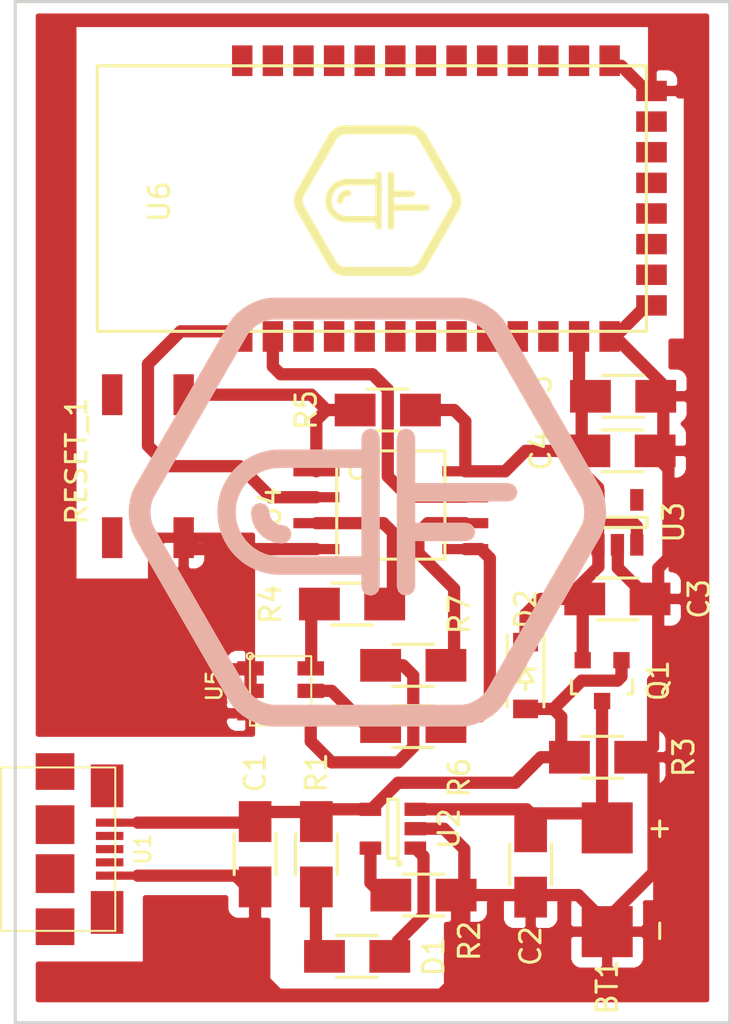
<source format=kicad_pcb>
(kicad_pcb (version 4) (host pcbnew 4.0.2-stable)

  (general
    (links 50)
    (no_connects 0)
    (area 114.051589 64.924999 150.075001 115.075001)
    (thickness 1.6)
    (drawings 4)
    (tracks 158)
    (zones 0)
    (modules 25)
    (nets 49)
  )

  (page A4)
  (layers
    (0 F.Cu signal)
    (31 B.Cu signal)
    (32 B.Adhes user)
    (33 F.Adhes user)
    (34 B.Paste user)
    (35 F.Paste user)
    (36 B.SilkS user)
    (37 F.SilkS user)
    (38 B.Mask user)
    (39 F.Mask user)
    (40 Dwgs.User user)
    (41 Cmts.User user)
    (42 Eco1.User user)
    (43 Eco2.User user)
    (44 Edge.Cuts user)
    (45 Margin user)
    (46 B.CrtYd user)
    (47 F.CrtYd user)
    (48 B.Fab user)
    (49 F.Fab user)
  )

  (setup
    (last_trace_width 0.25)
    (user_trace_width 0.4)
    (user_trace_width 0.6)
    (trace_clearance 0.2)
    (zone_clearance 0.508)
    (zone_45_only no)
    (trace_min 0.2)
    (segment_width 0.2)
    (edge_width 0.15)
    (via_size 0.6)
    (via_drill 0.4)
    (via_min_size 0.4)
    (via_min_drill 0.3)
    (uvia_size 0.3)
    (uvia_drill 0.1)
    (uvias_allowed no)
    (uvia_min_size 0.2)
    (uvia_min_drill 0.1)
    (pcb_text_width 0.3)
    (pcb_text_size 1.5 1.5)
    (mod_edge_width 0.15)
    (mod_text_size 1 1)
    (mod_text_width 0.15)
    (pad_size 1.524 1.524)
    (pad_drill 0.762)
    (pad_to_mask_clearance 0.2)
    (aux_axis_origin 113.5 116.5)
    (visible_elements FFFFFF7F)
    (pcbplotparams
      (layerselection 0x01000_00000001)
      (usegerberextensions true)
      (excludeedgelayer true)
      (linewidth 0.100000)
      (plotframeref false)
      (viasonmask false)
      (mode 1)
      (useauxorigin true)
      (hpglpennumber 1)
      (hpglpenspeed 20)
      (hpglpendiameter 15)
      (hpglpenoverlay 2)
      (psnegative false)
      (psa4output false)
      (plotreference false)
      (plotvalue false)
      (plotinvisibletext false)
      (padsonsilk false)
      (subtractmaskfromsilk false)
      (outputformat 1)
      (mirror false)
      (drillshape 0)
      (scaleselection 1)
      (outputdirectory ""))
  )

  (net 0 "")
  (net 1 Earth)
  (net 2 "Net-(BT1-Pad1)")
  (net 3 "Net-(C1-Pad1)")
  (net 4 "Net-(C3-Pad1)")
  (net 5 "Net-(C4-Pad1)")
  (net 6 "Net-(D1-Pad1)")
  (net 7 "Net-(D1-Pad2)")
  (net 8 "Net-(R2-Pad1)")
  (net 9 "Net-(R4-Pad1)")
  (net 10 "Net-(R4-Pad2)")
  (net 11 "Net-(R5-Pad2)")
  (net 12 "Net-(R6-Pad1)")
  (net 13 "Net-(R6-Pad2)")
  (net 14 "Net-(R7-Pad1)")
  (net 15 "Net-(R7-Pad2)")
  (net 16 "Net-(U1-Pad2)")
  (net 17 "Net-(U1-Pad3)")
  (net 18 "Net-(U1-Pad4)")
  (net 19 "Net-(U3-Pad4)")
  (net 20 "Net-(U4-Pad2)")
  (net 21 "Net-(U4-Pad7)")
  (net 22 "Net-(U6-Pad34)")
  (net 23 "Net-(U6-Pad3)")
  (net 24 "Net-(U6-Pad4)")
  (net 25 "Net-(U6-Pad5)")
  (net 26 "Net-(U6-Pad6)")
  (net 27 "Net-(U6-Pad7)")
  (net 28 "Net-(U6-Pad8)")
  (net 29 "Net-(U6-Pad9)")
  (net 30 "Net-(U6-Pad10)")
  (net 31 "Net-(U6-Pad11)")
  (net 32 "Net-(U6-Pad33)")
  (net 33 "Net-(U6-Pad32)")
  (net 34 "Net-(U6-Pad31)")
  (net 35 "Net-(U6-Pad30)")
  (net 36 "Net-(U6-Pad29)")
  (net 37 "Net-(U6-Pad28)")
  (net 38 "Net-(U6-Pad27)")
  (net 39 "Net-(U6-Pad26)")
  (net 40 "Net-(U6-Pad25)")
  (net 41 "Net-(U6-Pad24)")
  (net 42 "Net-(U6-Pad23)")
  (net 43 "Net-(U6-Pad15)")
  (net 44 "Net-(U6-Pad16)")
  (net 45 "Net-(U6-Pad17)")
  (net 46 "Net-(U6-Pad18)")
  (net 47 "Net-(U6-Pad19)")
  (net 48 "Net-(U6-Pad20)")

  (net_class Default "This is the default net class."
    (clearance 0.2)
    (trace_width 0.25)
    (via_dia 0.6)
    (via_drill 0.4)
    (uvia_dia 0.3)
    (uvia_drill 0.1)
    (add_net Earth)
    (add_net "Net-(BT1-Pad1)")
    (add_net "Net-(C1-Pad1)")
    (add_net "Net-(C3-Pad1)")
    (add_net "Net-(C4-Pad1)")
    (add_net "Net-(D1-Pad1)")
    (add_net "Net-(D1-Pad2)")
    (add_net "Net-(R2-Pad1)")
    (add_net "Net-(R4-Pad1)")
    (add_net "Net-(R4-Pad2)")
    (add_net "Net-(R5-Pad2)")
    (add_net "Net-(R6-Pad1)")
    (add_net "Net-(R6-Pad2)")
    (add_net "Net-(R7-Pad1)")
    (add_net "Net-(R7-Pad2)")
    (add_net "Net-(U1-Pad2)")
    (add_net "Net-(U1-Pad3)")
    (add_net "Net-(U1-Pad4)")
    (add_net "Net-(U3-Pad4)")
    (add_net "Net-(U4-Pad2)")
    (add_net "Net-(U4-Pad7)")
    (add_net "Net-(U6-Pad10)")
    (add_net "Net-(U6-Pad11)")
    (add_net "Net-(U6-Pad15)")
    (add_net "Net-(U6-Pad16)")
    (add_net "Net-(U6-Pad17)")
    (add_net "Net-(U6-Pad18)")
    (add_net "Net-(U6-Pad19)")
    (add_net "Net-(U6-Pad20)")
    (add_net "Net-(U6-Pad23)")
    (add_net "Net-(U6-Pad24)")
    (add_net "Net-(U6-Pad25)")
    (add_net "Net-(U6-Pad26)")
    (add_net "Net-(U6-Pad27)")
    (add_net "Net-(U6-Pad28)")
    (add_net "Net-(U6-Pad29)")
    (add_net "Net-(U6-Pad3)")
    (add_net "Net-(U6-Pad30)")
    (add_net "Net-(U6-Pad31)")
    (add_net "Net-(U6-Pad32)")
    (add_net "Net-(U6-Pad33)")
    (add_net "Net-(U6-Pad34)")
    (add_net "Net-(U6-Pad4)")
    (add_net "Net-(U6-Pad5)")
    (add_net "Net-(U6-Pad6)")
    (add_net "Net-(U6-Pad7)")
    (add_net "Net-(U6-Pad8)")
    (add_net "Net-(U6-Pad9)")
  )

  (module solderbyte:SMD_BATT (layer F.Cu) (tedit 5878772A) (tstamp 586C7ACF)
    (at 144 108 270)
    (path /58183484)
    (fp_text reference BT1 (at 5.25 0 270) (layer F.SilkS)
      (effects (font (size 1 1) (thickness 0.15)))
    )
    (fp_text value Battery (at 0 0 270) (layer F.Fab)
      (effects (font (size 1 1) (thickness 0.15)))
    )
    (fp_text user - (at 2.5 -2.5 270) (layer F.SilkS)
      (effects (font (size 1 1) (thickness 0.15)))
    )
    (fp_text user + (at -2.5 -2.5 270) (layer F.SilkS)
      (effects (font (size 1 1) (thickness 0.15)))
    )
    (pad 2 smd rect (at 2.54 0 270) (size 2.5 2.5) (layers F.Cu F.Paste F.Mask)
      (net 1 Earth))
    (pad 1 smd rect (at -2.54 0 270) (size 2.5 2.5) (layers F.Cu F.Paste F.Mask)
      (net 2 "Net-(BT1-Pad1)"))
  )

  (module solderbyte:SOD_123 (layer F.Cu) (tedit 58787821) (tstamp 586C7B29)
    (at 140 98 270)
    (descr SOD-123)
    (tags SOD-123)
    (path /5818428C)
    (attr smd)
    (fp_text reference D2 (at -3.25 0 270) (layer F.SilkS)
      (effects (font (size 1 1) (thickness 0.15)))
    )
    (fp_text value B130LAW (at -0.25 0 270) (layer F.Fab)
      (effects (font (size 1 1) (thickness 0.15)))
    )
    (fp_line (start 0.3175 0) (end 0.6985 0) (layer F.SilkS) (width 0.15))
    (fp_line (start -0.6985 0) (end -0.3175 0) (layer F.SilkS) (width 0.15))
    (fp_line (start -0.3175 0) (end 0.3175 -0.381) (layer F.SilkS) (width 0.15))
    (fp_line (start 0.3175 -0.381) (end 0.3175 0.381) (layer F.SilkS) (width 0.15))
    (fp_line (start 0.3175 0.381) (end -0.3175 0) (layer F.SilkS) (width 0.15))
    (fp_line (start -0.3175 -0.508) (end -0.3175 0.508) (layer F.SilkS) (width 0.15))
    (fp_line (start -2.25 -1.05) (end 2.25 -1.05) (layer F.CrtYd) (width 0.05))
    (fp_line (start 2.25 -1.05) (end 2.25 1.05) (layer F.CrtYd) (width 0.05))
    (fp_line (start 2.25 1.05) (end -2.25 1.05) (layer F.CrtYd) (width 0.05))
    (fp_line (start -2.25 -1.05) (end -2.25 1.05) (layer F.CrtYd) (width 0.05))
    (fp_line (start -2 0.9) (end 1.54 0.9) (layer F.SilkS) (width 0.15))
    (fp_line (start -2 -0.9) (end 1.54 -0.9) (layer F.SilkS) (width 0.15))
    (pad 1 smd rect (at -1.635 0 270) (size 0.91 1.22) (layers F.Cu F.Paste F.Mask)
      (net 4 "Net-(C3-Pad1)"))
    (pad 2 smd rect (at 1.635 0 270) (size 0.91 1.22) (layers F.Cu F.Paste F.Mask)
      (net 3 "Net-(C1-Pad1)"))
  )

  (module solderbyte:SOT_23 (layer F.Cu) (tedit 5890366B) (tstamp 586C7B39)
    (at 143.75 98.25 180)
    (descr "SOT-23, Standard")
    (tags SOT-23)
    (path /58242248)
    (attr smd)
    (fp_text reference Q1 (at -2.75 0 270) (layer F.SilkS)
      (effects (font (size 1 1) (thickness 0.15)))
    )
    (fp_text value DMP1045U (at 0 0.25 270) (layer F.Fab)
      (effects (font (size 1 1) (thickness 0.15)))
    )
    (fp_line (start -1.65 -1.6) (end 1.65 -1.6) (layer F.CrtYd) (width 0.05))
    (fp_line (start 1.65 -1.6) (end 1.65 1.6) (layer F.CrtYd) (width 0.05))
    (fp_line (start 1.65 1.6) (end -1.65 1.6) (layer F.CrtYd) (width 0.05))
    (fp_line (start -1.65 1.6) (end -1.65 -1.6) (layer F.CrtYd) (width 0.05))
    (fp_line (start 1.29916 -0.65024) (end 1.2509 -0.65024) (layer F.SilkS) (width 0.15))
    (fp_line (start -1.49982 0.0508) (end -1.49982 -0.65024) (layer F.SilkS) (width 0.15))
    (fp_line (start -1.49982 -0.65024) (end -1.2509 -0.65024) (layer F.SilkS) (width 0.15))
    (fp_line (start 1.29916 -0.65024) (end 1.49982 -0.65024) (layer F.SilkS) (width 0.15))
    (fp_line (start 1.49982 -0.65024) (end 1.49982 0.0508) (layer F.SilkS) (width 0.15))
    (pad 1 smd rect (at -0.95 1.00076 180) (size 0.8001 0.8001) (layers F.Cu F.Paste F.Mask)
      (net 3 "Net-(C1-Pad1)"))
    (pad 2 smd rect (at 0.95 1.00076 180) (size 0.8001 0.8001) (layers F.Cu F.Paste F.Mask)
      (net 4 "Net-(C3-Pad1)"))
    (pad 3 smd rect (at 0 -0.99822 180) (size 0.8001 0.8001) (layers F.Cu F.Paste F.Mask)
      (net 2 "Net-(BT1-Pad1)"))
    (model TO_SOT_Packages_SMD.3dshapes/SOT-23.wrl
      (at (xyz 0 0 0))
      (scale (xyz 1 1 1))
      (rotate (xyz 0 0 0))
    )
  )

  (module solderbyte:TL3305_SWITCH (layer F.Cu) (tedit 5878787D) (tstamp 586C7B95)
    (at 120.25 90.25 90)
    (path /5844B1CA)
    (fp_text reference RESET_1 (at 2.75 -2.25 90) (layer F.SilkS)
      (effects (font (size 1 1) (thickness 0.15)))
    )
    (fp_text value SW_PUSH (at 2.75 1.25 90) (layer F.Fab)
      (effects (font (size 1 1) (thickness 0.15)))
    )
    (pad 1 smd rect (at -1 3 90) (size 2 1) (layers F.Cu F.Paste F.Mask)
      (net 1 Earth))
    (pad 2 smd rect (at 6 3 90) (size 2 1) (layers F.Cu F.Paste F.Mask)
      (net 11 "Net-(R5-Pad2)"))
    (pad 4 smd rect (at 6 -0.5 90) (size 2 1) (layers F.Cu F.Paste F.Mask))
    (pad 3 smd rect (at -1 -0.5 90) (size 2 1) (layers F.Cu F.Paste F.Mask))
  )

  (module solderbyte:MICRO_B_USB (layer F.Cu) (tedit 587879D6) (tstamp 586C7BAA)
    (at 115.5 106.5 270)
    (descr "Micro-b USB")
    (tags "Micro USB")
    (path /581822BD)
    (fp_text reference U1 (at 0 -5.75 270) (layer F.SilkS)
      (effects (font (size 0.762 0.762) (thickness 0.127)))
    )
    (fp_text value MICRO_B_USB (at -0.25 -0.25 270) (layer F.Fab)
      (effects (font (size 0.762 0.762) (thickness 0.127)))
    )
    (fp_line (start -4.0005 1.00076) (end -4.0005 1.19888) (layer F.SilkS) (width 0.09906))
    (fp_line (start 4.0005 1.00076) (end 4.0005 1.19888) (layer F.SilkS) (width 0.09906))
    (fp_line (start -4.0005 -4.39928) (end 4.0005 -4.39928) (layer F.SilkS) (width 0.09906))
    (fp_line (start 4.0005 -4.39928) (end 4.0005 1.00076) (layer F.SilkS) (width 0.09906))
    (fp_line (start 4.0005 1.19888) (end -4.0005 1.19888) (layer F.SilkS) (width 0.09906))
    (fp_line (start -4.0005 1.00076) (end -4.0005 -4.39928) (layer F.SilkS) (width 0.09906))
    (pad "" smd rect (at -1.19888 -1.4478 270) (size 1.89738 1.89738) (layers F.Cu F.Paste F.Mask))
    (pad "" smd rect (at 1.19888 -1.4478 270) (size 1.89992 1.89738) (layers F.Cu F.Paste F.Mask))
    (pad "" smd rect (at 3.79984 -1.4478 270) (size 1.79578 1.89738) (layers F.Cu F.Paste F.Mask))
    (pad "" smd rect (at -3.0988 -3.99796 270) (size 2.0955 1.59766) (layers F.Cu F.Paste F.Mask))
    (pad 1 smd rect (at -1.29794 -4.12496 270) (size 0.39878 1.3462) (layers F.Cu F.Paste F.Mask)
      (net 3 "Net-(C1-Pad1)") (clearance 0.2032))
    (pad 2 smd rect (at -0.6477 -4.12496 270) (size 0.39878 1.3462) (layers F.Cu F.Paste F.Mask)
      (net 16 "Net-(U1-Pad2)") (clearance 0.2032))
    (pad 3 smd rect (at 0 -4.12496 270) (size 0.39878 1.3462) (layers F.Cu F.Paste F.Mask)
      (net 17 "Net-(U1-Pad3)") (clearance 0.2032))
    (pad 4 smd rect (at 0.6477 -4.12496 270) (size 0.39878 1.3462) (layers F.Cu F.Paste F.Mask)
      (net 18 "Net-(U1-Pad4)") (clearance 0.2032))
    (pad 5 smd rect (at 1.29794 -4.12496 270) (size 0.39878 1.3462) (layers F.Cu F.Paste F.Mask)
      (net 1 Earth) (clearance 0.2032))
    (pad "" smd rect (at 3.0988 -3.99796 270) (size 2.0955 1.59766) (layers F.Cu F.Paste F.Mask))
    (pad "" smd rect (at -3.79984 -1.4478 270) (size 1.79578 1.89738) (layers F.Cu F.Paste F.Mask))
  )

  (module solderbyte:SOT_23_5 (layer F.Cu) (tedit 589037C0) (tstamp 586C7BBC)
    (at 133.5 105.5 180)
    (descr "5-pin SOT23 package")
    (tags SOT-23-5)
    (path /58182812)
    (attr smd)
    (fp_text reference U2 (at -2.75 0 270) (layer F.SilkS)
      (effects (font (size 1 1) (thickness 0.15)))
    )
    (fp_text value MCP73832T (at 1 -0.25 450) (layer F.Fab)
      (effects (font (size 1 1) (thickness 0.15)))
    )
    (fp_line (start -1.8 -1.6) (end 1.8 -1.6) (layer F.CrtYd) (width 0.05))
    (fp_line (start 1.8 -1.6) (end 1.8 1.6) (layer F.CrtYd) (width 0.05))
    (fp_line (start 1.8 1.6) (end -1.8 1.6) (layer F.CrtYd) (width 0.05))
    (fp_line (start -1.8 1.6) (end -1.8 -1.6) (layer F.CrtYd) (width 0.05))
    (fp_circle (center -0.3 -1.7) (end -0.2 -1.7) (layer F.SilkS) (width 0.15))
    (fp_line (start 0.25 -1.45) (end -0.25 -1.45) (layer F.SilkS) (width 0.15))
    (fp_line (start 0.25 1.45) (end 0.25 -1.45) (layer F.SilkS) (width 0.15))
    (fp_line (start -0.25 1.45) (end 0.25 1.45) (layer F.SilkS) (width 0.15))
    (fp_line (start -0.25 -1.45) (end -0.25 1.45) (layer F.SilkS) (width 0.15))
    (pad 1 smd rect (at -1.1 -0.95 180) (size 1.06 0.65) (layers F.Cu F.Paste F.Mask)
      (net 6 "Net-(D1-Pad1)"))
    (pad 2 smd rect (at -1.1 0 180) (size 1.06 0.65) (layers F.Cu F.Paste F.Mask)
      (net 1 Earth))
    (pad 3 smd rect (at -1.1 0.95 180) (size 1.06 0.65) (layers F.Cu F.Paste F.Mask)
      (net 2 "Net-(BT1-Pad1)"))
    (pad 4 smd rect (at 1.1 0.95 180) (size 1.06 0.65) (layers F.Cu F.Paste F.Mask)
      (net 3 "Net-(C1-Pad1)"))
    (pad 5 smd rect (at 1.1 -0.95 180) (size 1.06 0.65) (layers F.Cu F.Paste F.Mask)
      (net 8 "Net-(R2-Pad1)"))
    (model TO_SOT_Packages_SMD.3dshapes/SOT-23-5.wrl
      (at (xyz 0 0 0))
      (scale (xyz 1 1 1))
      (rotate (xyz 0 0 0))
    )
  )

  (module solderbyte:SOT_23_5 (layer F.Cu) (tedit 589036C1) (tstamp 586C7BCE)
    (at 144.5 90.5 90)
    (descr "5-pin SOT23 package")
    (tags SOT-23-5)
    (path /58241619)
    (attr smd)
    (fp_text reference U3 (at 0 2.75 90) (layer F.SilkS)
      (effects (font (size 1 1) (thickness 0.15)))
    )
    (fp_text value MCP1755 (at 0 -2.54 90) (layer F.Fab)
      (effects (font (size 1 1) (thickness 0.15)))
    )
    (fp_line (start -1.8 -1.6) (end 1.8 -1.6) (layer F.CrtYd) (width 0.05))
    (fp_line (start 1.8 -1.6) (end 1.8 1.6) (layer F.CrtYd) (width 0.05))
    (fp_line (start 1.8 1.6) (end -1.8 1.6) (layer F.CrtYd) (width 0.05))
    (fp_line (start -1.8 1.6) (end -1.8 -1.6) (layer F.CrtYd) (width 0.05))
    (fp_circle (center -0.3 -1.7) (end -0.2 -1.7) (layer F.SilkS) (width 0.15))
    (fp_line (start 0.25 -1.45) (end -0.25 -1.45) (layer F.SilkS) (width 0.15))
    (fp_line (start 0.25 1.45) (end 0.25 -1.45) (layer F.SilkS) (width 0.15))
    (fp_line (start -0.25 1.45) (end 0.25 1.45) (layer F.SilkS) (width 0.15))
    (fp_line (start -0.25 -1.45) (end -0.25 1.45) (layer F.SilkS) (width 0.15))
    (pad 1 smd rect (at -1.1 -0.95 90) (size 1.06 0.65) (layers F.Cu F.Paste F.Mask)
      (net 4 "Net-(C3-Pad1)"))
    (pad 2 smd rect (at -1.1 0 90) (size 1.06 0.65) (layers F.Cu F.Paste F.Mask)
      (net 1 Earth))
    (pad 3 smd rect (at -1.1 0.95 90) (size 1.06 0.65) (layers F.Cu F.Paste F.Mask)
      (net 4 "Net-(C3-Pad1)"))
    (pad 4 smd rect (at 1.1 0.95 90) (size 1.06 0.65) (layers F.Cu F.Paste F.Mask)
      (net 19 "Net-(U3-Pad4)"))
    (pad 5 smd rect (at 1.1 -0.95 90) (size 1.06 0.65) (layers F.Cu F.Paste F.Mask)
      (net 5 "Net-(C4-Pad1)"))
    (model TO_SOT_Packages_SMD.3dshapes/SOT-23-5.wrl
      (at (xyz 0 0 0))
      (scale (xyz 1 1 1))
      (rotate (xyz 0 0 0))
    )
  )

  (module solderbyte:SOIC8_EIAJ_208MIL (layer F.Cu) (tedit 587878F0) (tstamp 586C7BDF)
    (at 130.75 87)
    (descr SOIC8)
    (tags SOIC8)
    (path /5818232A)
    (fp_text reference U4 (at -3.25 2.75 90) (layer F.SilkS)
      (effects (font (size 1 1) (thickness 0.15)))
    )
    (fp_text value ATMEL_ATTINY85_20SU (at 3.75 2 90) (layer F.Fab)
      (effects (font (size 1 1) (thickness 0.15)))
    )
    (fp_circle (center 1 1) (end 0.75 0.75) (layer F.SilkS) (width 0.15))
    (fp_line (start 0 0) (end 5.3 0) (layer F.SilkS) (width 0.15))
    (fp_line (start 5.3 0) (end 5.3 5.3) (layer F.SilkS) (width 0.15))
    (fp_line (start 0 5.3) (end 5.3 5.3) (layer F.SilkS) (width 0.15))
    (fp_line (start 0 0) (end 0 5.3) (layer F.SilkS) (width 0.15))
    (pad 8 smd rect (at 6.3 1) (size 2.25 0.5) (layers F.Cu F.Paste F.Mask)
      (net 5 "Net-(C4-Pad1)"))
    (pad 1 smd rect (at -1 1) (size 2.25 0.5) (layers F.Cu F.Paste F.Mask)
      (net 11 "Net-(R5-Pad2)"))
    (pad 2 smd rect (at -1 2.27) (size 2.25 0.5) (layers F.Cu F.Paste F.Mask)
      (net 20 "Net-(U4-Pad2)"))
    (pad 3 smd rect (at -1 3.54) (size 2.25 0.5) (layers F.Cu F.Paste F.Mask)
      (net 10 "Net-(R4-Pad2)"))
    (pad 4 smd rect (at -1 4.81) (size 2.25 0.5) (layers F.Cu F.Paste F.Mask)
      (net 1 Earth))
    (pad 7 smd rect (at 6.3 2.27) (size 2.25 0.5) (layers F.Cu F.Paste F.Mask)
      (net 21 "Net-(U4-Pad7)"))
    (pad 6 smd rect (at 6.3 3.54) (size 2.25 0.5) (layers F.Cu F.Paste F.Mask)
      (net 15 "Net-(R7-Pad2)"))
    (pad 5 smd rect (at 6.3 4.81) (size 2.25 0.5) (layers F.Cu F.Paste F.Mask)
      (net 13 "Net-(R6-Pad2)"))
  )

  (module solderbyte:OSRAM_RGB_LED (layer F.Cu) (tedit 587879CA) (tstamp 586C7BEE)
    (at 128 98.75 270)
    (descr "Osram RGB LED")
    (tags "RGB LED")
    (path /58182357)
    (fp_text reference U5 (at -0.25 3.25 270) (layer F.SilkS)
      (effects (font (size 0.762 0.762) (thickness 0.127)))
    )
    (fp_text value OSRAM_LRTB_GFTG (at 0 4.25 270) (layer F.Fab)
      (effects (font (size 0.762 0.762) (thickness 0.127)))
    )
    (fp_circle (center -1.7 1.5) (end -1.65 1.65) (layer F.SilkS) (width 0.1))
    (fp_line (start -1.7 -1.5) (end 1.7 -1.5) (layer F.SilkS) (width 0.1))
    (fp_line (start 1.7 -1.5) (end 1.7 1.5) (layer F.SilkS) (width 0.1))
    (fp_line (start 1.7 1.5) (end -1.7 1.5) (layer F.SilkS) (width 0.1))
    (fp_line (start -1.7 1.5) (end -1.7 -1.5) (layer F.SilkS) (width 0.1))
    (pad 5 smd rect (at 0 -1.476 270) (size 0.7 1.3) (layers F.Cu F.Paste F.Mask)
      (net 12 "Net-(R6-Pad1)"))
    (pad 4 smd rect (at 1.1 -1.476 270) (size 0.7 1.3) (layers F.Cu F.Paste F.Mask)
      (net 14 "Net-(R7-Pad1)"))
    (pad 6 smd rect (at -1.1 -1.476 270) (size 0.7 1.3) (layers F.Cu F.Paste F.Mask)
      (net 9 "Net-(R4-Pad1)"))
    (pad 1 smd rect (at -1.1 1.475 270) (size 0.7 1.3) (layers F.Cu F.Paste F.Mask)
      (net 1 Earth))
    (pad 3 smd rect (at 1.1 1.475 270) (size 0.7 1.3) (layers F.Cu F.Paste F.Mask)
      (net 1 Earth))
    (pad 2 smd rect (at 0 1.475 270) (size 0.7 1.3) (layers F.Cu F.Paste F.Mask)
      (net 1 Earth))
  )

  (module solderbyte:HM-10 (layer F.Cu) (tedit 587878F4) (tstamp 586C7C18)
    (at 119.02 81.148 90)
    (descr HM-10)
    (tags BLE)
    (path /5818238F)
    (fp_text reference U6 (at 6.35 3.04 90) (layer F.SilkS)
      (effects (font (size 1 1) (thickness 0.15)))
    )
    (fp_text value HM-10 (at 6.398 1.23 90) (layer F.Fab)
      (effects (font (size 1 1) (thickness 0.15)))
    )
    (fp_line (start 0 0) (end 0 26.9) (layer F.SilkS) (width 0.15))
    (fp_line (start 13 0) (end 13 26.9) (layer F.SilkS) (width 0.15))
    (fp_line (start 0 26.9) (end 13 26.9) (layer F.SilkS) (width 0.15))
    (fp_line (start 0 0) (end 13 0) (layer F.SilkS) (width 0.15))
    (pad 14 smd rect (at 1.27 26.9 90) (size 1 1.5) (drill (offset 0 0.25)) (layers F.Cu F.Paste F.Mask)
      (net 1 Earth))
    (pad 34 smd rect (at 13 7.1 90) (size 1.5 1) (drill (offset 0.25 0)) (layers F.Cu F.Paste F.Mask)
      (net 22 "Net-(U6-Pad34)"))
    (pad 1 smd rect (at 0 7.1 90) (size 1.5 1) (drill (offset -0.25 0)) (layers F.Cu F.Paste F.Mask)
      (net 20 "Net-(U4-Pad2)"))
    (pad 2 smd rect (at 0 8.6 90) (size 1.5 1) (drill (offset -0.25 0)) (layers F.Cu F.Paste F.Mask)
      (net 21 "Net-(U4-Pad7)"))
    (pad 3 smd rect (at 0 10.1 90) (size 1.5 1) (drill (offset -0.25 0)) (layers F.Cu F.Paste F.Mask)
      (net 23 "Net-(U6-Pad3)"))
    (pad 4 smd rect (at 0 11.6 90) (size 1.5 1) (drill (offset -0.25 0)) (layers F.Cu F.Paste F.Mask)
      (net 24 "Net-(U6-Pad4)"))
    (pad 5 smd rect (at 0 13.1 90) (size 1.5 1) (drill (offset -0.25 0)) (layers F.Cu F.Paste F.Mask)
      (net 25 "Net-(U6-Pad5)"))
    (pad 6 smd rect (at 0 14.6 90) (size 1.5 1) (drill (offset -0.25 0)) (layers F.Cu F.Paste F.Mask)
      (net 26 "Net-(U6-Pad6)"))
    (pad 7 smd rect (at 0 16.1 90) (size 1.5 1) (drill (offset -0.25 0)) (layers F.Cu F.Paste F.Mask)
      (net 27 "Net-(U6-Pad7)"))
    (pad 8 smd rect (at 0 17.6 90) (size 1.5 1) (drill (offset -0.25 0)) (layers F.Cu F.Paste F.Mask)
      (net 28 "Net-(U6-Pad8)"))
    (pad 9 smd rect (at 0 19.1 90) (size 1.5 1) (drill (offset -0.25 0)) (layers F.Cu F.Paste F.Mask)
      (net 29 "Net-(U6-Pad9)"))
    (pad 10 smd rect (at 0 20.6 90) (size 1.5 1) (drill (offset -0.25 0)) (layers F.Cu F.Paste F.Mask)
      (net 30 "Net-(U6-Pad10)"))
    (pad 11 smd rect (at 0 22.1 90) (size 1.5 1) (drill (offset -0.25 0)) (layers F.Cu F.Paste F.Mask)
      (net 31 "Net-(U6-Pad11)"))
    (pad 12 smd rect (at 0 23.6 90) (size 1.5 1) (drill (offset -0.25 0)) (layers F.Cu F.Paste F.Mask)
      (net 5 "Net-(C4-Pad1)"))
    (pad 13 smd rect (at 0 25.1 90) (size 1.5 1) (drill (offset -0.25 0)) (layers F.Cu F.Paste F.Mask)
      (net 1 Earth))
    (pad 33 smd rect (at 13 8.6 90) (size 1.5 1) (drill (offset 0.25 0)) (layers F.Cu F.Paste F.Mask)
      (net 32 "Net-(U6-Pad33)"))
    (pad 32 smd rect (at 13 10.1 90) (size 1.5 1) (drill (offset 0.25 0)) (layers F.Cu F.Paste F.Mask)
      (net 33 "Net-(U6-Pad32)"))
    (pad 31 smd rect (at 13 11.6 90) (size 1.5 1) (drill (offset 0.25 0)) (layers F.Cu F.Paste F.Mask)
      (net 34 "Net-(U6-Pad31)"))
    (pad 30 smd rect (at 13 13.1 90) (size 1.5 1) (drill (offset 0.25 0)) (layers F.Cu F.Paste F.Mask)
      (net 35 "Net-(U6-Pad30)"))
    (pad 29 smd rect (at 13 14.6 90) (size 1.5 1) (drill (offset 0.25 0)) (layers F.Cu F.Paste F.Mask)
      (net 36 "Net-(U6-Pad29)"))
    (pad 28 smd rect (at 13 16.1 90) (size 1.5 1) (drill (offset 0.25 0)) (layers F.Cu F.Paste F.Mask)
      (net 37 "Net-(U6-Pad28)"))
    (pad 27 smd rect (at 13 17.6 90) (size 1.5 1) (drill (offset 0.25 0)) (layers F.Cu F.Paste F.Mask)
      (net 38 "Net-(U6-Pad27)"))
    (pad 26 smd rect (at 13 19.1 90) (size 1.5 1) (drill (offset 0.25 0)) (layers F.Cu F.Paste F.Mask)
      (net 39 "Net-(U6-Pad26)"))
    (pad 25 smd rect (at 13 20.6 90) (size 1.5 1) (drill (offset 0.25 0)) (layers F.Cu F.Paste F.Mask)
      (net 40 "Net-(U6-Pad25)"))
    (pad 24 smd rect (at 13 22.1 90) (size 1.5 1) (drill (offset 0.25 0)) (layers F.Cu F.Paste F.Mask)
      (net 41 "Net-(U6-Pad24)"))
    (pad 23 smd rect (at 13 23.6 90) (size 1.5 1) (drill (offset 0.25 0)) (layers F.Cu F.Paste F.Mask)
      (net 42 "Net-(U6-Pad23)"))
    (pad 22 smd rect (at 13 25.1 90) (size 1.5 1) (drill (offset 0.25 0)) (layers F.Cu F.Paste F.Mask)
      (net 1 Earth))
    (pad 15 smd rect (at 2.77 26.9 90) (size 1 1.5) (drill (offset 0 0.25)) (layers F.Cu F.Paste F.Mask)
      (net 43 "Net-(U6-Pad15)"))
    (pad 16 smd rect (at 4.27 26.9 90) (size 1 1.5) (drill (offset 0 0.25)) (layers F.Cu F.Paste F.Mask)
      (net 44 "Net-(U6-Pad16)"))
    (pad 17 smd rect (at 5.77 26.9 90) (size 1 1.5) (drill (offset 0 0.25)) (layers F.Cu F.Paste F.Mask)
      (net 45 "Net-(U6-Pad17)"))
    (pad 18 smd rect (at 7.27 26.9 90) (size 1 1.5) (drill (offset 0 0.25)) (layers F.Cu F.Paste F.Mask)
      (net 46 "Net-(U6-Pad18)"))
    (pad 19 smd rect (at 8.77 26.9 90) (size 1 1.5) (drill (offset 0 0.25)) (layers F.Cu F.Paste F.Mask)
      (net 47 "Net-(U6-Pad19)"))
    (pad 20 smd rect (at 10.27 26.9 90) (size 1 1.5) (drill (offset 0 0.25)) (layers F.Cu F.Paste F.Mask)
      (net 48 "Net-(U6-Pad20)"))
    (pad 21 smd rect (at 11.77 26.9 90) (size 1 1.5) (drill (offset 0 0.25)) (layers F.Cu F.Paste F.Mask)
      (net 1 Earth))
  )

  (module solderbyte:solderbyte_logo_25mm (layer F.Cu) (tedit 587AAEFD) (tstamp 587E0AEB)
    (at 132.75 74.75 90)
    (fp_text reference solderbyte_logo (at 0 -6.956273 90) (layer F.SilkS) hide
      (effects (font (thickness 0.3048)))
    )
    (fp_text value G*** (at 0 6.956273 90) (layer F.SilkS) hide
      (effects (font (thickness 0.3048)))
    )
    (fp_line (start -3.465115 -1.599286) (end -3.46448 -1.623912) (layer F.SilkS) (width 0.446706))
    (fp_line (start -3.46448 -1.623912) (end -3.462599 -1.648885) (layer F.SilkS) (width 0.446706))
    (fp_line (start -3.462599 -1.648885) (end -3.45951 -1.674142) (layer F.SilkS) (width 0.446706))
    (fp_line (start -3.45951 -1.674142) (end -3.455249 -1.699618) (layer F.SilkS) (width 0.446706))
    (fp_line (start -3.455249 -1.699618) (end -3.449853 -1.725249) (layer F.SilkS) (width 0.446706))
    (fp_line (start -3.449853 -1.725249) (end -3.443359 -1.750971) (layer F.SilkS) (width 0.446706))
    (fp_line (start -3.443359 -1.750971) (end -3.435804 -1.776721) (layer F.SilkS) (width 0.446706))
    (fp_line (start -3.435804 -1.776721) (end -3.427226 -1.802434) (layer F.SilkS) (width 0.446706))
    (fp_line (start -3.427226 -1.802434) (end -3.41766 -1.828047) (layer F.SilkS) (width 0.446706))
    (fp_line (start -3.41766 -1.828047) (end -3.407144 -1.853495) (layer F.SilkS) (width 0.446706))
    (fp_line (start -3.407144 -1.853495) (end -3.395715 -1.878714) (layer F.SilkS) (width 0.446706))
    (fp_line (start -3.395715 -1.878714) (end -3.38341 -1.903641) (layer F.SilkS) (width 0.446706))
    (fp_line (start -3.38341 -1.903641) (end -3.370265 -1.928211) (layer F.SilkS) (width 0.446706))
    (fp_line (start -3.370265 -1.928211) (end -3.356318 -1.95236) (layer F.SilkS) (width 0.446706))
    (fp_line (start -3.356318 -1.95236) (end -3.341606 -1.976025) (layer F.SilkS) (width 0.446706))
    (fp_line (start -3.341606 -1.976025) (end -3.326165 -1.999142) (layer F.SilkS) (width 0.446706))
    (fp_line (start -3.326165 -1.999142) (end -3.310033 -2.021645) (layer F.SilkS) (width 0.446706))
    (fp_line (start -3.310033 -2.021645) (end -3.293246 -2.043473) (layer F.SilkS) (width 0.446706))
    (fp_line (start -3.293246 -2.043473) (end -3.275842 -2.064559) (layer F.SilkS) (width 0.446706))
    (fp_line (start -3.275842 -2.064559) (end -3.257856 -2.084842) (layer F.SilkS) (width 0.446706))
    (fp_line (start -3.257856 -2.084842) (end -3.239327 -2.104255) (layer F.SilkS) (width 0.446706))
    (fp_line (start -3.239327 -2.104255) (end -3.220291 -2.122736) (layer F.SilkS) (width 0.446706))
    (fp_line (start -3.220291 -2.122736) (end -3.200785 -2.140221) (layer F.SilkS) (width 0.446706))
    (fp_line (start -3.200785 -2.140221) (end -3.180847 -2.156645) (layer F.SilkS) (width 0.446706))
    (fp_line (start -3.180847 -2.156645) (end -3.160512 -2.171945) (layer F.SilkS) (width 0.446706))
    (fp_line (start -3.160512 -2.171945) (end -3.139818 -2.186056) (layer F.SilkS) (width 0.446706))
    (fp_line (start -3.139818 -2.186056) (end -3.118802 -2.198914) (layer F.SilkS) (width 0.446706))
    (fp_line (start -3.118802 -2.198914) (end -0.346353 -3.79839) (layer F.SilkS) (width 0.446706))
    (fp_line (start -0.346353 -3.79839) (end -0.324697 -3.810147) (layer F.SilkS) (width 0.446706))
    (fp_line (start -0.324697 -3.810147) (end -0.302117 -3.821) (layer F.SilkS) (width 0.446706))
    (fp_line (start -0.302117 -3.821) (end -0.278689 -3.830948) (layer F.SilkS) (width 0.446706))
    (fp_line (start -0.278689 -3.830948) (end -0.254486 -3.839992) (layer F.SilkS) (width 0.446706))
    (fp_line (start -0.254486 -3.839992) (end -0.229581 -3.848132) (layer F.SilkS) (width 0.446706))
    (fp_line (start -0.229581 -3.848132) (end -0.204048 -3.855367) (layer F.SilkS) (width 0.446706))
    (fp_line (start -0.204048 -3.855367) (end -0.177962 -3.861697) (layer F.SilkS) (width 0.446706))
    (fp_line (start -0.177962 -3.861697) (end -0.151396 -3.867124) (layer F.SilkS) (width 0.446706))
    (fp_line (start -0.151396 -3.867124) (end -0.124424 -3.871646) (layer F.SilkS) (width 0.446706))
    (fp_line (start -0.124424 -3.871646) (end -0.09712 -3.875263) (layer F.SilkS) (width 0.446706))
    (fp_line (start -0.09712 -3.875263) (end -0.069557 -3.877976) (layer F.SilkS) (width 0.446706))
    (fp_line (start -0.069557 -3.877976) (end -0.041811 -3.879785) (layer F.SilkS) (width 0.446706))
    (fp_line (start -0.041811 -3.879785) (end -0.013953 -3.88069) (layer F.SilkS) (width 0.446706))
    (fp_line (start -0.013953 -3.88069) (end 0.013941 -3.88069) (layer F.SilkS) (width 0.446706))
    (fp_line (start 0.013941 -3.88069) (end 0.041798 -3.879785) (layer F.SilkS) (width 0.446706))
    (fp_line (start 0.041798 -3.879785) (end 0.069544 -3.877976) (layer F.SilkS) (width 0.446706))
    (fp_line (start 0.069544 -3.877976) (end 0.097106 -3.875263) (layer F.SilkS) (width 0.446706))
    (fp_line (start 0.097106 -3.875263) (end 0.124408 -3.871646) (layer F.SilkS) (width 0.446706))
    (fp_line (start 0.124408 -3.871646) (end 0.151378 -3.867124) (layer F.SilkS) (width 0.446706))
    (fp_line (start 0.151378 -3.867124) (end 0.177942 -3.861697) (layer F.SilkS) (width 0.446706))
    (fp_line (start 0.177942 -3.861697) (end 0.204025 -3.855367) (layer F.SilkS) (width 0.446706))
    (fp_line (start 0.204025 -3.855367) (end 0.229555 -3.848132) (layer F.SilkS) (width 0.446706))
    (fp_line (start 0.229555 -3.848132) (end 0.254456 -3.839992) (layer F.SilkS) (width 0.446706))
    (fp_line (start 0.254456 -3.839992) (end 0.278656 -3.830948) (layer F.SilkS) (width 0.446706))
    (fp_line (start 0.278656 -3.830948) (end 0.30208 -3.821) (layer F.SilkS) (width 0.446706))
    (fp_line (start 0.30208 -3.821) (end 0.324654 -3.810147) (layer F.SilkS) (width 0.446706))
    (fp_line (start 0.324654 -3.810147) (end 0.346305 -3.79839) (layer F.SilkS) (width 0.446706))
    (fp_line (start 0.346305 -3.79839) (end 3.118754 -2.198914) (layer F.SilkS) (width 0.446706))
    (fp_line (start 3.118754 -2.198914) (end 3.139771 -2.186056) (layer F.SilkS) (width 0.446706))
    (fp_line (start 3.139771 -2.186056) (end 3.160465 -2.171945) (layer F.SilkS) (width 0.446706))
    (fp_line (start 3.160465 -2.171945) (end 3.180801 -2.156645) (layer F.SilkS) (width 0.446706))
    (fp_line (start 3.180801 -2.156645) (end 3.200741 -2.140221) (layer F.SilkS) (width 0.446706))
    (fp_line (start 3.200741 -2.140221) (end 3.220248 -2.122736) (layer F.SilkS) (width 0.446706))
    (fp_line (start 3.220248 -2.122736) (end 3.239286 -2.104255) (layer F.SilkS) (width 0.446706))
    (fp_line (start 3.239286 -2.104255) (end 3.257817 -2.084842) (layer F.SilkS) (width 0.446706))
    (fp_line (start 3.257817 -2.084842) (end 3.275804 -2.064559) (layer F.SilkS) (width 0.446706))
    (fp_line (start 3.275804 -2.064559) (end 3.293211 -2.043473) (layer F.SilkS) (width 0.446706))
    (fp_line (start 3.293211 -2.043473) (end 3.31 -2.021645) (layer F.SilkS) (width 0.446706))
    (fp_line (start 3.31 -2.021645) (end 3.326135 -1.999142) (layer F.SilkS) (width 0.446706))
    (fp_line (start 3.326135 -1.999142) (end 3.341578 -1.976025) (layer F.SilkS) (width 0.446706))
    (fp_line (start 3.341578 -1.976025) (end 3.356293 -1.95236) (layer F.SilkS) (width 0.446706))
    (fp_line (start 3.356293 -1.95236) (end 3.370243 -1.928211) (layer F.SilkS) (width 0.446706))
    (fp_line (start 3.370243 -1.928211) (end 3.38339 -1.903641) (layer F.SilkS) (width 0.446706))
    (fp_line (start 3.38339 -1.903641) (end 3.395698 -1.878714) (layer F.SilkS) (width 0.446706))
    (fp_line (start 3.395698 -1.878714) (end 3.407129 -1.853495) (layer F.SilkS) (width 0.446706))
    (fp_line (start 3.407129 -1.853495) (end 3.417648 -1.828047) (layer F.SilkS) (width 0.446706))
    (fp_line (start 3.417648 -1.828047) (end 3.427216 -1.802434) (layer F.SilkS) (width 0.446706))
    (fp_line (start 3.427216 -1.802434) (end 3.435796 -1.776721) (layer F.SilkS) (width 0.446706))
    (fp_line (start 3.435796 -1.776721) (end 3.443353 -1.750971) (layer F.SilkS) (width 0.446706))
    (fp_line (start 3.443353 -1.750971) (end 3.449849 -1.725249) (layer F.SilkS) (width 0.446706))
    (fp_line (start 3.449849 -1.725249) (end 3.455246 -1.699618) (layer F.SilkS) (width 0.446706))
    (fp_line (start 3.455246 -1.699618) (end 3.459508 -1.674142) (layer F.SilkS) (width 0.446706))
    (fp_line (start 3.459508 -1.674142) (end 3.462599 -1.648885) (layer F.SilkS) (width 0.446706))
    (fp_line (start 3.462599 -1.648885) (end 3.46448 -1.623912) (layer F.SilkS) (width 0.446706))
    (fp_line (start 3.46448 -1.623912) (end 3.465115 -1.599286) (layer F.SilkS) (width 0.446706))
    (fp_line (start 3.465115 -1.599286) (end 3.465115 1.599286) (layer F.SilkS) (width 0.446706))
    (fp_line (start 3.465115 1.599286) (end 3.46448 1.623915) (layer F.SilkS) (width 0.446706))
    (fp_line (start 3.46448 1.623915) (end 3.462599 1.648891) (layer F.SilkS) (width 0.446706))
    (fp_line (start 3.462599 1.648891) (end 3.459508 1.67415) (layer F.SilkS) (width 0.446706))
    (fp_line (start 3.459508 1.67415) (end 3.455246 1.699628) (layer F.SilkS) (width 0.446706))
    (fp_line (start 3.455246 1.699628) (end 3.449849 1.72526) (layer F.SilkS) (width 0.446706))
    (fp_line (start 3.449849 1.72526) (end 3.443353 1.750984) (layer F.SilkS) (width 0.446706))
    (fp_line (start 3.443353 1.750984) (end 3.435796 1.776734) (layer F.SilkS) (width 0.446706))
    (fp_line (start 3.435796 1.776734) (end 3.427216 1.802448) (layer F.SilkS) (width 0.446706))
    (fp_line (start 3.427216 1.802448) (end 3.417648 1.828061) (layer F.SilkS) (width 0.446706))
    (fp_line (start 3.417648 1.828061) (end 3.407129 1.853508) (layer F.SilkS) (width 0.446706))
    (fp_line (start 3.407129 1.853508) (end 3.395698 1.878727) (layer F.SilkS) (width 0.446706))
    (fp_line (start 3.395698 1.878727) (end 3.38339 1.903654) (layer F.SilkS) (width 0.446706))
    (fp_line (start 3.38339 1.903654) (end 3.370243 1.928223) (layer F.SilkS) (width 0.446706))
    (fp_line (start 3.370243 1.928223) (end 3.356293 1.952372) (layer F.SilkS) (width 0.446706))
    (fp_line (start 3.356293 1.952372) (end 3.341578 1.976036) (layer F.SilkS) (width 0.446706))
    (fp_line (start 3.341578 1.976036) (end 3.326135 1.999151) (layer F.SilkS) (width 0.446706))
    (fp_line (start 3.326135 1.999151) (end 3.31 2.021654) (layer F.SilkS) (width 0.446706))
    (fp_line (start 3.31 2.021654) (end 3.293211 2.04348) (layer F.SilkS) (width 0.446706))
    (fp_line (start 3.293211 2.04348) (end 3.275804 2.064565) (layer F.SilkS) (width 0.446706))
    (fp_line (start 3.275804 2.064565) (end 3.257817 2.084846) (layer F.SilkS) (width 0.446706))
    (fp_line (start 3.257817 2.084846) (end 3.239286 2.104259) (layer F.SilkS) (width 0.446706))
    (fp_line (start 3.239286 2.104259) (end 3.220248 2.122739) (layer F.SilkS) (width 0.446706))
    (fp_line (start 3.220248 2.122739) (end 3.200741 2.140223) (layer F.SilkS) (width 0.446706))
    (fp_line (start 3.200741 2.140223) (end 3.180801 2.156646) (layer F.SilkS) (width 0.446706))
    (fp_line (start 3.180801 2.156646) (end 3.160465 2.171945) (layer F.SilkS) (width 0.446706))
    (fp_line (start 3.160465 2.171945) (end 3.139771 2.186056) (layer F.SilkS) (width 0.446706))
    (fp_line (start 3.139771 2.186056) (end 3.118754 2.198914) (layer F.SilkS) (width 0.446706))
    (fp_line (start 3.118754 2.198914) (end 0.346305 3.79839) (layer F.SilkS) (width 0.446706))
    (fp_line (start 0.346305 3.79839) (end 0.324654 3.810147) (layer F.SilkS) (width 0.446706))
    (fp_line (start 0.324654 3.810147) (end 0.30208 3.821) (layer F.SilkS) (width 0.446706))
    (fp_line (start 0.30208 3.821) (end 0.278656 3.830948) (layer F.SilkS) (width 0.446706))
    (fp_line (start 0.278656 3.830948) (end 0.254456 3.839992) (layer F.SilkS) (width 0.446706))
    (fp_line (start 0.254456 3.839992) (end 0.229555 3.848132) (layer F.SilkS) (width 0.446706))
    (fp_line (start 0.229555 3.848132) (end 0.204025 3.855367) (layer F.SilkS) (width 0.446706))
    (fp_line (start 0.204025 3.855367) (end 0.177942 3.861697) (layer F.SilkS) (width 0.446706))
    (fp_line (start 0.177942 3.861697) (end 0.151378 3.867124) (layer F.SilkS) (width 0.446706))
    (fp_line (start 0.151378 3.867124) (end 0.124408 3.871646) (layer F.SilkS) (width 0.446706))
    (fp_line (start 0.124408 3.871646) (end 0.097106 3.875263) (layer F.SilkS) (width 0.446706))
    (fp_line (start 0.097106 3.875263) (end 0.069544 3.877976) (layer F.SilkS) (width 0.446706))
    (fp_line (start 0.069544 3.877976) (end 0.041798 3.879785) (layer F.SilkS) (width 0.446706))
    (fp_line (start 0.041798 3.879785) (end 0.013941 3.88069) (layer F.SilkS) (width 0.446706))
    (fp_line (start 0.013941 3.88069) (end -0.013953 3.88069) (layer F.SilkS) (width 0.446706))
    (fp_line (start -0.013953 3.88069) (end -0.041811 3.879785) (layer F.SilkS) (width 0.446706))
    (fp_line (start -0.041811 3.879785) (end -0.069557 3.877976) (layer F.SilkS) (width 0.446706))
    (fp_line (start -0.069557 3.877976) (end -0.09712 3.875263) (layer F.SilkS) (width 0.446706))
    (fp_line (start -0.09712 3.875263) (end -0.124424 3.871646) (layer F.SilkS) (width 0.446706))
    (fp_line (start -0.124424 3.871646) (end -0.151396 3.867124) (layer F.SilkS) (width 0.446706))
    (fp_line (start -0.151396 3.867124) (end -0.177962 3.861697) (layer F.SilkS) (width 0.446706))
    (fp_line (start -0.177962 3.861697) (end -0.204048 3.855367) (layer F.SilkS) (width 0.446706))
    (fp_line (start -0.204048 3.855367) (end -0.229581 3.848132) (layer F.SilkS) (width 0.446706))
    (fp_line (start -0.229581 3.848132) (end -0.254486 3.839992) (layer F.SilkS) (width 0.446706))
    (fp_line (start -0.254486 3.839992) (end -0.278689 3.830948) (layer F.SilkS) (width 0.446706))
    (fp_line (start -0.278689 3.830948) (end -0.302117 3.821) (layer F.SilkS) (width 0.446706))
    (fp_line (start -0.302117 3.821) (end -0.324697 3.810147) (layer F.SilkS) (width 0.446706))
    (fp_line (start -0.324697 3.810147) (end -0.346353 3.79839) (layer F.SilkS) (width 0.446706))
    (fp_line (start -0.346353 3.79839) (end -3.118802 2.198914) (layer F.SilkS) (width 0.446706))
    (fp_line (start -3.118802 2.198914) (end -3.139818 2.186056) (layer F.SilkS) (width 0.446706))
    (fp_line (start -3.139818 2.186056) (end -3.160512 2.171945) (layer F.SilkS) (width 0.446706))
    (fp_line (start -3.160512 2.171945) (end -3.180847 2.156646) (layer F.SilkS) (width 0.446706))
    (fp_line (start -3.180847 2.156646) (end -3.200785 2.140223) (layer F.SilkS) (width 0.446706))
    (fp_line (start -3.200785 2.140223) (end -3.220291 2.122739) (layer F.SilkS) (width 0.446706))
    (fp_line (start -3.220291 2.122739) (end -3.239327 2.104259) (layer F.SilkS) (width 0.446706))
    (fp_line (start -3.239327 2.104259) (end -3.257856 2.084846) (layer F.SilkS) (width 0.446706))
    (fp_line (start -3.257856 2.084846) (end -3.275842 2.064565) (layer F.SilkS) (width 0.446706))
    (fp_line (start -3.275842 2.064565) (end -3.293246 2.04348) (layer F.SilkS) (width 0.446706))
    (fp_line (start -3.293246 2.04348) (end -3.310033 2.021654) (layer F.SilkS) (width 0.446706))
    (fp_line (start -3.310033 2.021654) (end -3.326165 1.999151) (layer F.SilkS) (width 0.446706))
    (fp_line (start -3.326165 1.999151) (end -3.341606 1.976036) (layer F.SilkS) (width 0.446706))
    (fp_line (start -3.341606 1.976036) (end -3.356318 1.952372) (layer F.SilkS) (width 0.446706))
    (fp_line (start -3.356318 1.952372) (end -3.370265 1.928223) (layer F.SilkS) (width 0.446706))
    (fp_line (start -3.370265 1.928223) (end -3.38341 1.903654) (layer F.SilkS) (width 0.446706))
    (fp_line (start -3.38341 1.903654) (end -3.395715 1.878727) (layer F.SilkS) (width 0.446706))
    (fp_line (start -3.395715 1.878727) (end -3.407144 1.853508) (layer F.SilkS) (width 0.446706))
    (fp_line (start -3.407144 1.853508) (end -3.41766 1.828061) (layer F.SilkS) (width 0.446706))
    (fp_line (start -3.41766 1.828061) (end -3.427226 1.802448) (layer F.SilkS) (width 0.446706))
    (fp_line (start -3.427226 1.802448) (end -3.435804 1.776734) (layer F.SilkS) (width 0.446706))
    (fp_line (start -3.435804 1.776734) (end -3.443359 1.750984) (layer F.SilkS) (width 0.446706))
    (fp_line (start -3.443359 1.750984) (end -3.449853 1.72526) (layer F.SilkS) (width 0.446706))
    (fp_line (start -3.449853 1.72526) (end -3.455249 1.699628) (layer F.SilkS) (width 0.446706))
    (fp_line (start -3.455249 1.699628) (end -3.45951 1.67415) (layer F.SilkS) (width 0.446706))
    (fp_line (start -3.45951 1.67415) (end -3.462599 1.648891) (layer F.SilkS) (width 0.446706))
    (fp_line (start -3.462599 1.648891) (end -3.46448 1.623915) (layer F.SilkS) (width 0.446706))
    (fp_line (start -3.46448 1.623915) (end -3.465115 1.599286) (layer F.SilkS) (width 0.446706))
    (fp_line (start -3.465115 1.599286) (end -3.465115 -1.599286) (layer F.SilkS) (width 0.446706))
    (fp_poly (pts (xy -0.753566 -1.492322) (xy -0.75399 -2.244356) (xy -0.771361 -2.226641) (xy -0.78832 -2.20853)
      (xy -0.80486 -2.190031) (xy -0.820972 -2.17115) (xy -0.836649 -2.151896) (xy -0.851883 -2.132276)
      (xy -0.866666 -2.112298) (xy -0.880991 -2.091969) (xy -0.894849 -2.071298) (xy -0.908233 -2.050292)
      (xy -0.921136 -2.028958) (xy -0.933548 -2.007305) (xy -0.945463 -1.985339) (xy -0.956873 -1.96307)
      (xy -0.96777 -1.940503) (xy -0.978146 -1.917648) (xy -0.987993 -1.894511) (xy -0.997304 -1.871101)
      (xy -1.00607 -1.847424) (xy -1.014285 -1.823489) (xy -1.02194 -1.799304) (xy -1.029027 -1.774876)
      (xy -1.035538 -1.750212) (xy -1.041467 -1.725321) (xy -1.046804 -1.700209) (xy -1.051543 -1.674886)
      (xy -1.055675 -1.649358) (xy -1.059193 -1.623633) (xy -1.062089 -1.597718) (xy -1.064355 -1.571622)
      (xy -1.065983 -1.545352) (xy -1.066965 -1.518916) (xy -1.067295 -1.492322) (xy -1.067295 -0.102472)
      (xy -1.265975 -0.102472) (xy -1.291408 -0.10042) (xy -1.315539 -0.094479) (xy -1.338044 -0.08497)
      (xy -1.3586 -0.072216) (xy -1.376881 -0.056539) (xy -1.392565 -0.038262) (xy -1.405328 -0.017705)
      (xy -1.414845 0.004808) (xy -1.420793 0.028956) (xy -1.422848 0.054416) (xy -1.420793 0.079842)
      (xy -1.414845 0.103964) (xy -1.405328 0.126457) (xy -1.392565 0.147) (xy -1.376881 0.165269)
      (xy -1.3586 0.18094) (xy -1.338044 0.193691) (xy -1.315539 0.203199) (xy -1.291408 0.209141)
      (xy -1.265975 0.211194) (xy 1.265985 0.211194) (xy 1.291428 0.209141) (xy 1.315562 0.203199)
      (xy 1.338064 0.193691) (xy 1.358613 0.18094) (xy 1.376885 0.165269) (xy 1.392558 0.147)
      (xy 1.405309 0.126457) (xy 1.414817 0.103964) (xy 1.420758 0.079842) (xy 1.42281 0.054416)
      (xy 1.420758 0.028956) (xy 1.414817 0.004808) (xy 1.405309 -0.017705) (xy 1.392558 -0.038262)
      (xy 1.376885 -0.056539) (xy 1.358613 -0.072216) (xy 1.338064 -0.08497) (xy 1.315562 -0.094479)
      (xy 1.291428 -0.10042) (xy 1.265985 -0.102472) (xy 1.065866 -0.102472) (xy 1.065866 -1.492669)
      (xy 1.065537 -1.519256) (xy 1.064555 -1.545684) (xy 1.062927 -1.571946) (xy 1.060661 -1.598034)
      (xy 1.057765 -1.623941) (xy 1.054247 -1.649658) (xy 1.050115 -1.675178) (xy 1.045376 -1.700494)
      (xy 1.040039 -1.725598) (xy 1.03411 -1.750481) (xy 1.027599 -1.775137) (xy 1.020512 -1.799558)
      (xy 1.012857 -1.823736) (xy 1.004642 -1.847663) (xy 0.995876 -1.871332) (xy 0.986565 -1.894735)
      (xy 0.976718 -1.917864) (xy 0.966342 -1.940712) (xy 0.955445 -1.963271) (xy 0.944035 -1.985534)
      (xy 0.93212 -2.007492) (xy 0.919708 -2.029138) (xy 0.906805 -2.050465) (xy 0.893421 -2.071464)
      (xy 0.879563 -2.092129) (xy 0.865238 -2.11245) (xy 0.850455 -2.132422) (xy 0.835221 -2.152035)
      (xy 0.819544 -2.171283) (xy 0.803432 -2.190158) (xy 0.786892 -2.208651) (xy 0.769933 -2.226756)
      (xy 0.752562 -2.244464) (xy 0.734787 -2.261769) (xy 0.716616 -2.278662) (xy 0.698056 -2.295135)
      (xy 0.679116 -2.311182) (xy 0.659803 -2.326794) (xy 0.640125 -2.341963) (xy 0.620089 -2.356683)
      (xy 0.599704 -2.370945) (xy 0.578978 -2.384741) (xy 0.557917 -2.398065) (xy 0.536531 -2.410908)
      (xy 0.514826 -2.423262) (xy 0.49281 -2.43512) (xy 0.470492 -2.446475) (xy 0.447879 -2.457319)
      (xy 0.424979 -2.467643) (xy 0.401799 -2.47744) (xy 0.378348 -2.486704) (xy 0.354633 -2.495425)
      (xy 0.330661 -2.503596) (xy 0.306442 -2.51121) (xy 0.281982 -2.518259) (xy 0.25729 -2.524736)
      (xy 0.232373 -2.530632) (xy 0.207239 -2.53594) (xy 0.181895 -2.540652) (xy 0.15635 -2.54476)
      (xy 0.130612 -2.548258) (xy 0.104687 -2.551137) (xy 0.078585 -2.55339) (xy 0.052312 -2.555008)
      (xy 0.025876 -2.555985) (xy -0.000714 -2.556312) (xy -0.027304 -2.555985) (xy -0.05374 -2.555007)
      (xy -0.080013 -2.553388) (xy -0.106115 -2.551135) (xy -0.13204 -2.548255) (xy -0.157778 -2.544756)
      (xy -0.183323 -2.540646) (xy -0.208667 -2.535932) (xy -0.233801 -2.530622) (xy -0.258718 -2.524724)
      (xy -0.283411 -2.518246) (xy -0.30787 -2.511194) (xy -0.332089 -2.503577) (xy -0.356061 -2.495403)
      (xy -0.379776 -2.486679) (xy -0.403227 -2.477412) (xy -0.426407 -2.467611) (xy -0.449307 -2.457283)
      (xy -0.47192 -2.446436) (xy -0.494238 -2.435077) (xy -0.516254 -2.423215) (xy -0.537959 -2.410856)
      (xy -0.559345 -2.398009) (xy -0.580406 -2.384681) (xy -0.601133 -2.370879) (xy -0.621517 -2.356613)
      (xy -0.641553 -2.341888) (xy -0.661231 -2.326713) (xy -0.680544 -2.311096) (xy -0.699484 -2.295044)
      (xy -0.718044 -2.278565) (xy -0.736215 -2.261666) (xy -0.75399 -2.244356) (xy -0.753566 -1.492322)
      (xy -0.753107 -1.518628) (xy -0.751743 -1.54471) (xy -0.749487 -1.570552) (xy -0.746356 -1.59614)
      (xy -0.742364 -1.621458) (xy -0.737528 -1.646491) (xy -0.731861 -1.671224) (xy -0.72538 -1.695643)
      (xy -0.718101 -1.719732) (xy -0.710037 -1.743476) (xy -0.701205 -1.766861) (xy -0.69162 -1.789871)
      (xy -0.681297 -1.812492) (xy -0.670251 -1.834708) (xy -0.658499 -1.856504) (xy -0.646054 -1.877866)
      (xy -0.632934 -1.898778) (xy -0.619151 -1.919226) (xy -0.604723 -1.939194) (xy -0.589665 -1.958667)
      (xy -0.573991 -1.977631) (xy -0.557717 -1.996071) (xy -0.540859 -2.013971) (xy -0.523432 -2.031316)
      (xy -0.50545 -2.048092) (xy -0.48693 -2.064283) (xy -0.467886 -2.079875) (xy -0.448335 -2.094853)
      (xy -0.428291 -2.109201) (xy -0.407769 -2.122905) (xy -0.386786 -2.135949) (xy -0.365355 -2.148318)
      (xy -0.343494 -2.159999) (xy -0.321216 -2.170975) (xy -0.298538 -2.181231) (xy -0.275474 -2.190753)
      (xy -0.25204 -2.199526) (xy -0.228251 -2.207535) (xy -0.204123 -2.214764) (xy -0.17967 -2.221198)
      (xy -0.154909 -2.226824) (xy -0.129854 -2.231625) (xy -0.104521 -2.235587) (xy -0.078926 -2.238694)
      (xy -0.053082 -2.240932) (xy -0.027007 -2.242286) (xy -0.000714 -2.242741) (xy 0.025585 -2.242286)
      (xy 0.051667 -2.240933) (xy 0.077516 -2.238695) (xy 0.103117 -2.235588) (xy 0.128454 -2.231628)
      (xy 0.153513 -2.226828) (xy 0.178278 -2.221204) (xy 0.202734 -2.214771) (xy 0.226865 -2.207544)
      (xy 0.250656 -2.199538) (xy 0.274091 -2.190768) (xy 0.297157 -2.181249) (xy 0.319836 -2.170995)
      (xy 0.342115 -2.160023) (xy 0.363977 -2.148346) (xy 0.385407 -2.135981) (xy 0.40639 -2.122941)
      (xy 0.426911 -2.109242) (xy 0.446954 -2.094899) (xy 0.466505 -2.079927) (xy 0.485547 -2.064341)
      (xy 0.504066 -2.048155) (xy 0.522046 -2.031386) (xy 0.539472 -2.014047) (xy 0.556328 -1.996154)
      (xy 0.5726 -1.977723) (xy 0.588271 -1.958766) (xy 0.603328 -1.939301) (xy 0.617753 -1.919342)
      (xy 0.631533 -1.898903) (xy 0.644652 -1.878001) (xy 0.657094 -1.856649) (xy 0.668844 -1.834863)
      (xy 0.679887 -1.812658) (xy 0.690208 -1.790048) (xy 0.699791 -1.76705) (xy 0.708621 -1.743677)
      (xy 0.716682 -1.719945) (xy 0.72396 -1.695869) (xy 0.730439 -1.671464) (xy 0.736104 -1.646744)
      (xy 0.74094 -1.621726) (xy 0.74493 -1.596423) (xy 0.74806 -1.570851) (xy 0.750315 -1.545024)
      (xy 0.751679 -1.518959) (xy 0.752138 -1.492669) (xy 0.752138 -0.102472) (xy -0.753566 -0.102472)
      (xy -0.753566 -1.492322)) (layer F.SilkS) (width 0.00254))
    (fp_poly (pts (xy 1.265989 0.815039) (xy 1.291429 0.812987) (xy 1.31556 0.807047) (xy 1.338062 0.79754)
      (xy 1.358611 0.784788) (xy 1.376884 0.769114) (xy 1.392558 0.750838) (xy 1.405311 0.730284)
      (xy 1.41482 0.707772) (xy 1.420762 0.683626) (xy 1.422814 0.658166) (xy 1.420762 0.632762)
      (xy 1.41482 0.608658) (xy 1.405311 0.58618) (xy 1.392558 0.565649) (xy 1.376884 0.54739)
      (xy 1.358611 0.531726) (xy 1.338062 0.51898) (xy 1.31556 0.509475) (xy 1.291429 0.503535)
      (xy 1.265989 0.501483) (xy -1.265986 0.501483) (xy -1.291415 0.503535) (xy -1.315542 0.509475)
      (xy -1.338045 0.51898) (xy -1.358598 0.531726) (xy -1.376879 0.54739) (xy -1.392562 0.565649)
      (xy -1.405324 0.58618) (xy -1.414841 0.608658) (xy -1.420788 0.632762) (xy -1.422843 0.658166)
      (xy -1.420788 0.683626) (xy -1.414841 0.707772) (xy -1.405324 0.730284) (xy -1.392562 0.750838)
      (xy -1.376879 0.769114) (xy -1.358598 0.784788) (xy -1.338045 0.79754) (xy -1.315542 0.807047)
      (xy -1.291415 0.812987) (xy -1.265986 0.815039) (xy -0.494766 0.815039) (xy -0.494766 2.399557)
      (xy -0.492715 2.42498) (xy -0.486779 2.449102) (xy -0.477278 2.471598) (xy -0.464533 2.492145)
      (xy -0.448866 2.51042) (xy -0.430599 2.526097) (xy -0.410054 2.538854) (xy -0.38755 2.548367)
      (xy -0.363411 2.554312) (xy -0.337956 2.556366) (xy -0.312506 2.554312) (xy -0.288362 2.548367)
      (xy -0.265846 2.538854) (xy -0.245283 2.526097) (xy -0.226995 2.51042) (xy -0.211307 2.492145)
      (xy -0.198542 2.471598) (xy -0.189024 2.449102) (xy -0.183076 2.42498) (xy -0.181021 2.399557)
      (xy -0.181021 0.815039) (xy 0.179713 0.815039) (xy 0.179713 1.681454) (xy 0.181763 1.706922)
      (xy 0.187698 1.731077) (xy 0.197198 1.753595) (xy 0.209941 1.774156) (xy 0.225606 1.792437)
      (xy 0.243872 1.808115) (xy 0.264418 1.82087) (xy 0.286922 1.83038) (xy 0.311064 1.836321)
      (xy 0.336522 1.838373) (xy 0.361965 1.836321) (xy 0.386098 1.83038) (xy 0.408598 1.82087)
      (xy 0.429145 1.808115) (xy 0.447414 1.792437) (xy 0.463085 1.774156) (xy 0.475834 1.753595)
      (xy 0.48534 1.731077) (xy 0.49128 1.706922) (xy 0.493331 1.681454) (xy 0.493331 0.815039)
      (xy 1.265989 0.815039)) (layer F.SilkS) (width 0.00254))
    (fp_poly (pts (xy -0.000003 -1.983036) (xy -0.025442 -1.980983) (xy -0.049573 -1.975038) (xy -0.072072 -1.965524)
      (xy -0.092619 -1.952765) (xy -0.11089 -1.937083) (xy -0.126562 -1.918802) (xy -0.139312 -1.898243)
      (xy -0.14882 -1.875729) (xy -0.15476 -1.851585) (xy -0.156812 -1.826132) (xy -0.15476 -1.80072)
      (xy -0.14882 -1.776605) (xy -0.139312 -1.754111) (xy -0.126562 -1.733564) (xy -0.11089 -1.715287)
      (xy -0.092619 -1.699606) (xy -0.072072 -1.686844) (xy -0.049573 -1.677326) (xy -0.025442 -1.671378)
      (xy -0.000003 -1.669323) (xy 0.025752 -1.66784) (xy 0.050641 -1.663501) (xy 0.074497 -1.656473)
      (xy 0.097154 -1.646921) (xy 0.118444 -1.63501) (xy 0.138201 -1.620908) (xy 0.156259 -1.60478)
      (xy 0.17245 -1.586791) (xy 0.186608 -1.567108) (xy 0.198565 -1.545897) (xy 0.208156 -1.523322)
      (xy 0.215213 -1.499551) (xy 0.219569 -1.474749) (xy 0.221059 -1.449082) (xy 0.223114 -1.423635)
      (xy 0.229062 -1.399497) (xy 0.23858 -1.376992) (xy 0.251342 -1.356442) (xy 0.267025 -1.338168)
      (xy 0.285303 -1.322494) (xy 0.305853 -1.309742) (xy 0.328349 -1.300235) (xy 0.352467 -1.294293)
      (xy 0.377884 -1.292241) (xy 0.403339 -1.294293) (xy 0.427484 -1.300235) (xy 0.449994 -1.309742)
      (xy 0.470549 -1.322494) (xy 0.488825 -1.338168) (xy 0.504501 -1.356442) (xy 0.517254 -1.376992)
      (xy 0.526763 -1.399497) (xy 0.532704 -1.423635) (xy 0.534756 -1.449082) (xy 0.5341 -1.475693)
      (xy 0.532154 -1.501971) (xy 0.528948 -1.527884) (xy 0.524512 -1.553403) (xy 0.518879 -1.578495)
      (xy 0.512078 -1.603131) (xy 0.504141 -1.627279) (xy 0.495098 -1.650908) (xy 0.48498 -1.673989)
      (xy 0.473819 -1.696489) (xy 0.461645 -1.718379) (xy 0.448488 -1.739626) (xy 0.434381 -1.760202)
      (xy 0.419353 -1.780074) (xy 0.403435 -1.799212) (xy 0.386659 -1.817585) (xy 0.369055 -1.835163)
      (xy 0.350654 -1.851914) (xy 0.331487 -1.867807) (xy 0.311585 -1.882813) (xy 0.290978 -1.896899)
      (xy 0.269698 -1.910035) (xy 0.247776 -1.922191) (xy 0.225242 -1.933336) (xy 0.202126 -1.943438)
      (xy 0.178461 -1.952467) (xy 0.154277 -1.960392) (xy 0.129604 -1.967183) (xy 0.104474 -1.972808)
      (xy 0.078917 -1.977236) (xy 0.052965 -1.980438) (xy 0.026648 -1.982381) (xy -0.000003 -1.983036)) (layer F.SilkS) (width 0.00254))
  )

  (module solderbyte:SOLDERBYTE_LOGO_20MM (layer B.Cu) (tedit 587AB0D2) (tstamp 587FBAB6)
    (at 132.25 90 270)
    (fp_text reference solderbyte_logo (at 0 14.286372 270) (layer B.SilkS) hide
      (effects (font (thickness 0.3048)) (justify mirror))
    )
    (fp_text value G*** (at 0 -14.286372 270) (layer B.SilkS) hide
      (effects (font (thickness 0.3048)) (justify mirror))
    )
    (fp_line (start -9.964055 4.598802) (end -9.943732 4.841458) (layer B.SilkS) (width 1.068788))
    (fp_line (start -9.943732 4.841458) (end -9.885482 5.090512) (layer B.SilkS) (width 1.068788))
    (fp_line (start -9.885482 5.090512) (end -9.793391 5.338891) (layer B.SilkS) (width 1.068788))
    (fp_line (start -9.793391 5.338891) (end -9.671541 5.579519) (layer B.SilkS) (width 1.068788))
    (fp_line (start -9.671541 5.579519) (end -9.524015 5.805323) (layer B.SilkS) (width 1.068788))
    (fp_line (start -9.524015 5.805323) (end -9.354898 6.00923) (layer B.SilkS) (width 1.068788))
    (fp_line (start -9.354898 6.00923) (end -9.168271 6.184164) (layer B.SilkS) (width 1.068788))
    (fp_line (start -9.168271 6.184164) (end -8.96822 6.323052) (layer B.SilkS) (width 1.068788))
    (fp_line (start -8.96822 6.323052) (end -0.995949 10.922399) (layer B.SilkS) (width 1.068788))
    (fp_line (start -0.995949 10.922399) (end -0.775531 11.026078) (layer B.SilkS) (width 1.068788))
    (fp_line (start -0.775531 11.026078) (end -0.530627 11.100134) (layer B.SilkS) (width 1.068788))
    (fp_line (start -0.530627 11.100134) (end -0.269401 11.144568) (layer B.SilkS) (width 1.068788))
    (fp_line (start -0.269401 11.144568) (end -0.000017 11.159379) (layer B.SilkS) (width 1.068788))
    (fp_line (start -0.000017 11.159379) (end 0.26936 11.144568) (layer B.SilkS) (width 1.068788))
    (fp_line (start 0.26936 11.144568) (end 0.530567 11.100134) (layer B.SilkS) (width 1.068788))
    (fp_line (start 0.530567 11.100134) (end 0.775439 11.026078) (layer B.SilkS) (width 1.068788))
    (fp_line (start 0.775439 11.026078) (end 0.995813 10.922399) (layer B.SilkS) (width 1.068788))
    (fp_line (start 0.995813 10.922399) (end 8.968084 6.323052) (layer B.SilkS) (width 1.068788))
    (fp_line (start 8.968084 6.323052) (end 9.168141 6.184164) (layer B.SilkS) (width 1.068788))
    (fp_line (start 9.168141 6.184164) (end 9.354783 6.00923) (layer B.SilkS) (width 1.068788))
    (fp_line (start 9.354783 6.00923) (end 9.523922 5.805323) (layer B.SilkS) (width 1.068788))
    (fp_line (start 9.523922 5.805323) (end 9.671472 5.579519) (layer B.SilkS) (width 1.068788))
    (fp_line (start 9.671472 5.579519) (end 9.793348 5.338891) (layer B.SilkS) (width 1.068788))
    (fp_line (start 9.793348 5.338891) (end 9.885461 5.090512) (layer B.SilkS) (width 1.068788))
    (fp_line (start 9.885461 5.090512) (end 9.943726 4.841458) (layer B.SilkS) (width 1.068788))
    (fp_line (start 9.943726 4.841458) (end 9.964055 4.598802) (layer B.SilkS) (width 1.068788))
    (fp_line (start 9.964055 4.598802) (end 9.964055 -4.598802) (layer B.SilkS) (width 1.068788))
    (fp_line (start 9.964055 -4.598802) (end 9.943726 -4.841484) (layer B.SilkS) (width 1.068788))
    (fp_line (start 9.943726 -4.841484) (end 9.885461 -5.090551) (layer B.SilkS) (width 1.068788))
    (fp_line (start 9.885461 -5.090551) (end 9.793348 -5.338931) (layer B.SilkS) (width 1.068788))
    (fp_line (start 9.793348 -5.338931) (end 9.671472 -5.579553) (layer B.SilkS) (width 1.068788))
    (fp_line (start 9.671472 -5.579553) (end 9.523922 -5.805347) (layer B.SilkS) (width 1.068788))
    (fp_line (start 9.523922 -5.805347) (end 9.354783 -6.009242) (layer B.SilkS) (width 1.068788))
    (fp_line (start 9.354783 -6.009242) (end 9.168141 -6.184168) (layer B.SilkS) (width 1.068788))
    (fp_line (start 9.168141 -6.184168) (end 8.968084 -6.323052) (layer B.SilkS) (width 1.068788))
    (fp_line (start 8.968084 -6.323052) (end 0.995813 -10.922399) (layer B.SilkS) (width 1.068788))
    (fp_line (start 0.995813 -10.922399) (end 0.775439 -11.026078) (layer B.SilkS) (width 1.068788))
    (fp_line (start 0.775439 -11.026078) (end 0.530567 -11.100134) (layer B.SilkS) (width 1.068788))
    (fp_line (start 0.530567 -11.100134) (end 0.26936 -11.144568) (layer B.SilkS) (width 1.068788))
    (fp_line (start 0.26936 -11.144568) (end -0.000017 -11.159379) (layer B.SilkS) (width 1.068788))
    (fp_line (start -0.000017 -11.159379) (end -0.269401 -11.144568) (layer B.SilkS) (width 1.068788))
    (fp_line (start -0.269401 -11.144568) (end -0.530627 -11.100134) (layer B.SilkS) (width 1.068788))
    (fp_line (start -0.530627 -11.100134) (end -0.775531 -11.026078) (layer B.SilkS) (width 1.068788))
    (fp_line (start -0.775531 -11.026078) (end -0.995949 -10.922399) (layer B.SilkS) (width 1.068788))
    (fp_line (start -0.995949 -10.922399) (end -8.96822 -6.323052) (layer B.SilkS) (width 1.068788))
    (fp_line (start -8.96822 -6.323052) (end -9.168271 -6.184168) (layer B.SilkS) (width 1.068788))
    (fp_line (start -9.168271 -6.184168) (end -9.354898 -6.009242) (layer B.SilkS) (width 1.068788))
    (fp_line (start -9.354898 -6.009242) (end -9.524015 -5.805347) (layer B.SilkS) (width 1.068788))
    (fp_line (start -9.524015 -5.805347) (end -9.671541 -5.579553) (layer B.SilkS) (width 1.068788))
    (fp_line (start -9.671541 -5.579553) (end -9.793391 -5.338931) (layer B.SilkS) (width 1.068788))
    (fp_line (start -9.793391 -5.338931) (end -9.885482 -5.090551) (layer B.SilkS) (width 1.068788))
    (fp_line (start -9.885482 -5.090551) (end -9.943732 -4.841484) (layer B.SilkS) (width 1.068788))
    (fp_line (start -9.943732 -4.841484) (end -9.964055 -4.598802) (layer B.SilkS) (width 1.068788))
    (fp_line (start -9.964055 -4.598802) (end -9.964055 4.598802) (layer B.SilkS) (width 1.068788))
    (fp_poly (pts (xy -2.166902 4.291232) (xy -2.078618 6.53943) (xy -2.254123 6.364529) (xy -2.415139 6.176069)
      (xy -2.560729 5.974974) (xy -2.689954 5.76217) (xy -2.801874 5.538581) (xy -2.89555 5.305132)
      (xy -2.970043 5.062747) (xy -3.024416 4.812353) (xy -3.057728 4.554873) (xy -3.06904 4.291232)
      (xy -3.06904 0.294673) (xy -3.640354 0.294673) (xy -3.867962 0.233112) (xy -4.029825 0.071297)
      (xy -4.091445 -0.156464) (xy -4.029825 -0.383981) (xy -3.867962 -0.545723) (xy -3.640354 -0.607283)
      (xy 3.640383 -0.607283) (xy 3.868016 -0.545723) (xy 4.029783 -0.383981) (xy 4.091338 -0.156464)
      (xy 4.029783 0.071297) (xy 3.868016 0.233112) (xy 3.640383 0.294673) (xy 3.064936 0.294673)
      (xy 3.064936 4.292232) (xy 3.053624 4.555793) (xy 3.020312 4.813195) (xy 2.965939 5.063512)
      (xy 2.891446 5.30582) (xy 2.797769 5.539195) (xy 2.68585 5.762711) (xy 2.556625 5.975446)
      (xy 2.411035 6.176474) (xy 2.250019 6.364871) (xy 2.074514 6.539713) (xy 1.885461 6.700075)
      (xy 1.683797 6.845033) (xy 1.470463 6.973662) (xy 1.246397 7.085039) (xy 1.012538 7.178238)
      (xy 0.769824 7.252335) (xy 0.519195 7.306406) (xy 0.26159 7.339527) (xy -0.002052 7.350772)
      (xy -0.265694 7.339523) (xy -0.523299 7.30639) (xy -0.773928 7.2523) (xy -1.016642 7.178176)
      (xy -1.250501 7.084944) (xy -1.474567 6.973529) (xy -1.687902 6.844855) (xy -1.889565 6.699847)
      (xy -2.078618 6.53943) (xy -2.166902 4.291232) (xy -2.152245 4.542552) (xy -2.109387 4.785443)
      (xy -2.039993 5.018274) (xy -1.945731 5.239416) (xy -1.828267 5.447237) (xy -1.689269 5.640106)
      (xy -1.530403 5.816392) (xy -1.353335 5.974465) (xy -1.159734 6.112694) (xy -0.951265 6.229447)
      (xy -0.729595 6.323094) (xy -0.496392 6.392003) (xy -0.253322 6.434545) (xy -0.002052 6.449088)
      (xy 0.249277 6.434549) (xy 0.492388 6.392018) (xy 0.725618 6.323128) (xy 0.9473 6.22951)
      (xy 1.15577 6.112795) (xy 1.349365 5.974615) (xy 1.526418 5.816603) (xy 1.685265 5.640388)
      (xy 1.824241 5.447603) (xy 1.941682 5.23988) (xy 2.035923 5.018849) (xy 2.105299 4.786143)
      (xy 2.148146 4.543394) (xy 2.162798 4.292232) (xy 2.162798 0.294673) (xy -2.166902 0.294673)
      (xy -2.166902 4.291232)) (layer B.SilkS) (width 0.00254))
    (fp_poly (pts (xy 3.640396 -2.34366) (xy 3.868009 -2.28211) (xy 4.029787 -2.120317) (xy 4.091352 -1.892568)
      (xy 4.029787 -1.665222) (xy 3.868009 -1.503561) (xy 3.640396 -1.442021) (xy -3.640385 -1.442021)
      (xy -3.867962 -1.503561) (xy -4.029813 -1.665222) (xy -4.091432 -1.892568) (xy -4.029813 -2.120317)
      (xy -3.867962 -2.28211) (xy -3.640385 -2.34366) (xy -1.422714 -2.34366) (xy -1.422714 -6.899996)
      (xy -1.361201 -7.127517) (xy -1.199486 -7.289313) (xy -0.971804 -7.350906) (xy -0.744068 -7.289313)
      (xy -0.582158 -7.127517) (xy -0.520531 -6.899996) (xy -0.520531 -2.34366) (xy 0.516772 -2.34366)
      (xy 0.516772 -4.835065) (xy 0.578274 -5.062891) (xy 0.739979 -5.224729) (xy 0.967682 -5.286294)
      (xy 1.195303 -5.224729) (xy 1.357049 -5.062891) (xy 1.418592 -4.835065) (xy 1.418592 -2.34366)
      (xy 3.640396 -2.34366)) (layer B.SilkS) (width 0.00254))
    (fp_poly (pts (xy -0.000008 5.702298) (xy -0.22761 5.640704) (xy -0.389365 5.478848) (xy -0.450918 5.251115)
      (xy -0.389365 5.023655) (xy -0.22761 4.861829) (xy -0.000008 4.800205) (xy 0.247255 4.750398)
      (xy 0.449329 4.61461) (xy 0.585652 4.413292) (xy 0.635662 4.166896) (xy 0.697288 3.939231)
      (xy 0.859126 3.777452) (xy 1.086618 3.715895) (xy 1.314347 3.777452) (xy 1.47615 3.939231)
      (xy 1.53771 4.166896) (xy 1.517548 4.415631) (xy 1.459191 4.651704) (xy 1.365826 4.87193)
      (xy 1.240644 5.073124) (xy 1.086834 5.252103) (xy 0.907585 5.405681) (xy 0.706087 5.530674)
      (xy 0.485529 5.623898) (xy 0.249101 5.682167) (xy -0.000008 5.702298)) (layer B.SilkS) (width 0.00254))
  )

  (module solderbyte:SMD_1206 (layer F.Cu) (tedit 589033D6) (tstamp 586C7ADB)
    (at 126.75 106.75 270)
    (descr "Capacitor SMD 1206, hand soldering")
    (tags "capacitor 1206")
    (path /5818250B)
    (attr smd)
    (fp_text reference C1 (at -4 0 270) (layer F.SilkS)
      (effects (font (size 1 1) (thickness 0.15)))
    )
    (fp_text value 10uF (at 0 0 270) (layer F.Fab)
      (effects (font (size 1 1) (thickness 0.15)))
    )
    (fp_line (start -2.9 -1.15) (end 2.9 -1.15) (layer F.CrtYd) (width 0.05))
    (fp_line (start -2.9 1.15) (end 2.9 1.15) (layer F.CrtYd) (width 0.05))
    (fp_line (start -2.9 -1.15) (end -2.9 1.15) (layer F.CrtYd) (width 0.05))
    (fp_line (start 2.9 -1.15) (end 2.9 1.15) (layer F.CrtYd) (width 0.05))
    (fp_line (start 1 -1.025) (end -1 -1.025) (layer F.SilkS) (width 0.15))
    (fp_line (start -1 1.025) (end 1 1.025) (layer F.SilkS) (width 0.15))
    (pad 1 smd rect (at -1.6 0 270) (size 2 1.6) (layers F.Cu F.Paste F.Mask)
      (net 3 "Net-(C1-Pad1)"))
    (pad 2 smd rect (at 1.6 0 270) (size 2 1.6) (layers F.Cu F.Paste F.Mask)
      (net 1 Earth))
    (model Capacitors_SMD.3dshapes/C_1206_HandSoldering.wrl
      (at (xyz 0 0 0))
      (scale (xyz 1 1 1))
      (rotate (xyz 0 0 0))
    )
  )

  (module solderbyte:SMD_1206 (layer F.Cu) (tedit 58903410) (tstamp 586C7B45)
    (at 129.75 106.75 270)
    (descr "Capacitor SMD 1206, hand soldering")
    (tags "capacitor 1206")
    (path /58339B1E)
    (attr smd)
    (fp_text reference R1 (at -4 0 270) (layer F.SilkS)
      (effects (font (size 1 1) (thickness 0.15)))
    )
    (fp_text value 330 (at 0 0 270) (layer F.Fab)
      (effects (font (size 1 1) (thickness 0.15)))
    )
    (fp_line (start -2.9 -1.15) (end 2.9 -1.15) (layer F.CrtYd) (width 0.05))
    (fp_line (start -2.9 1.15) (end 2.9 1.15) (layer F.CrtYd) (width 0.05))
    (fp_line (start -2.9 -1.15) (end -2.9 1.15) (layer F.CrtYd) (width 0.05))
    (fp_line (start 2.9 -1.15) (end 2.9 1.15) (layer F.CrtYd) (width 0.05))
    (fp_line (start 1 -1.025) (end -1 -1.025) (layer F.SilkS) (width 0.15))
    (fp_line (start -1 1.025) (end 1 1.025) (layer F.SilkS) (width 0.15))
    (pad 1 smd rect (at -1.6 0 270) (size 2 1.6) (layers F.Cu F.Paste F.Mask)
      (net 3 "Net-(C1-Pad1)"))
    (pad 2 smd rect (at 1.6 0 270) (size 2 1.6) (layers F.Cu F.Paste F.Mask)
      (net 7 "Net-(D1-Pad2)"))
    (model Capacitors_SMD.3dshapes/C_1206_HandSoldering.wrl
      (at (xyz 0 0 0))
      (scale (xyz 1 1 1))
      (rotate (xyz 0 0 0))
    )
  )

  (module solderbyte:SMD_1206 (layer F.Cu) (tedit 589034D0) (tstamp 586C7B17)
    (at 131.75 111.75 180)
    (descr "Capacitor SMD 1206, hand soldering")
    (tags "capacitor 1206")
    (path /58339A75)
    (attr smd)
    (fp_text reference D1 (at -3.75 0 270) (layer F.SilkS)
      (effects (font (size 1 1) (thickness 0.15)))
    )
    (fp_text value LED (at 0 0 180) (layer F.Fab)
      (effects (font (size 1 1) (thickness 0.15)))
    )
    (fp_line (start -2.9 -1.15) (end 2.9 -1.15) (layer F.CrtYd) (width 0.05))
    (fp_line (start -2.9 1.15) (end 2.9 1.15) (layer F.CrtYd) (width 0.05))
    (fp_line (start -2.9 -1.15) (end -2.9 1.15) (layer F.CrtYd) (width 0.05))
    (fp_line (start 2.9 -1.15) (end 2.9 1.15) (layer F.CrtYd) (width 0.05))
    (fp_line (start 1 -1.025) (end -1 -1.025) (layer F.SilkS) (width 0.15))
    (fp_line (start -1 1.025) (end 1 1.025) (layer F.SilkS) (width 0.15))
    (pad 1 smd rect (at -1.6 0 180) (size 2 1.6) (layers F.Cu F.Paste F.Mask)
      (net 6 "Net-(D1-Pad1)"))
    (pad 2 smd rect (at 1.6 0 180) (size 2 1.6) (layers F.Cu F.Paste F.Mask)
      (net 7 "Net-(D1-Pad2)"))
    (model Capacitors_SMD.3dshapes/C_1206_HandSoldering.wrl
      (at (xyz 0 0 0))
      (scale (xyz 1 1 1))
      (rotate (xyz 0 0 0))
    )
  )

  (module solderbyte:SMD_1206 (layer F.Cu) (tedit 589034F4) (tstamp 586C7B51)
    (at 135 108.75)
    (descr "Capacitor SMD 1206, hand soldering")
    (tags "capacitor 1206")
    (path /58182C87)
    (attr smd)
    (fp_text reference R2 (at 2.25 2.25 90) (layer F.SilkS)
      (effects (font (size 1 1) (thickness 0.15)))
    )
    (fp_text value 10k (at 0 0) (layer F.Fab)
      (effects (font (size 1 1) (thickness 0.15)))
    )
    (fp_line (start -2.9 -1.15) (end 2.9 -1.15) (layer F.CrtYd) (width 0.05))
    (fp_line (start -2.9 1.15) (end 2.9 1.15) (layer F.CrtYd) (width 0.05))
    (fp_line (start -2.9 -1.15) (end -2.9 1.15) (layer F.CrtYd) (width 0.05))
    (fp_line (start 2.9 -1.15) (end 2.9 1.15) (layer F.CrtYd) (width 0.05))
    (fp_line (start 1 -1.025) (end -1 -1.025) (layer F.SilkS) (width 0.15))
    (fp_line (start -1 1.025) (end 1 1.025) (layer F.SilkS) (width 0.15))
    (pad 1 smd rect (at -1.6 0) (size 2 1.6) (layers F.Cu F.Paste F.Mask)
      (net 8 "Net-(R2-Pad1)"))
    (pad 2 smd rect (at 1.6 0) (size 2 1.6) (layers F.Cu F.Paste F.Mask)
      (net 1 Earth))
    (model Capacitors_SMD.3dshapes/C_1206_HandSoldering.wrl
      (at (xyz 0 0 0))
      (scale (xyz 1 1 1))
      (rotate (xyz 0 0 0))
    )
  )

  (module solderbyte:SMD_1206 (layer F.Cu) (tedit 589035E6) (tstamp 586C7AE7)
    (at 140.25 107.25 270)
    (descr "Capacitor SMD 1206, hand soldering")
    (tags "capacitor 1206")
    (path /5818337B)
    (attr smd)
    (fp_text reference C2 (at 4 0 270) (layer F.SilkS)
      (effects (font (size 1 1) (thickness 0.15)))
    )
    (fp_text value 4.7uF (at -0.25 0 270) (layer F.Fab)
      (effects (font (size 1 1) (thickness 0.15)))
    )
    (fp_line (start -2.9 -1.15) (end 2.9 -1.15) (layer F.CrtYd) (width 0.05))
    (fp_line (start -2.9 1.15) (end 2.9 1.15) (layer F.CrtYd) (width 0.05))
    (fp_line (start -2.9 -1.15) (end -2.9 1.15) (layer F.CrtYd) (width 0.05))
    (fp_line (start 2.9 -1.15) (end 2.9 1.15) (layer F.CrtYd) (width 0.05))
    (fp_line (start 1 -1.025) (end -1 -1.025) (layer F.SilkS) (width 0.15))
    (fp_line (start -1 1.025) (end 1 1.025) (layer F.SilkS) (width 0.15))
    (pad 1 smd rect (at -1.6 0 270) (size 2 1.6) (layers F.Cu F.Paste F.Mask)
      (net 2 "Net-(BT1-Pad1)"))
    (pad 2 smd rect (at 1.6 0 270) (size 2 1.6) (layers F.Cu F.Paste F.Mask)
      (net 1 Earth))
    (model Capacitors_SMD.3dshapes/C_1206_HandSoldering.wrl
      (at (xyz 0 0 0))
      (scale (xyz 1 1 1))
      (rotate (xyz 0 0 0))
    )
  )

  (module solderbyte:SMD_1206 (layer F.Cu) (tedit 5890360F) (tstamp 586C7B5D)
    (at 143.75 102 180)
    (descr "Capacitor SMD 1206, hand soldering")
    (tags "capacitor 1206")
    (path /582427BC)
    (attr smd)
    (fp_text reference R3 (at -4 0 270) (layer F.SilkS)
      (effects (font (size 1 1) (thickness 0.15)))
    )
    (fp_text value 100k (at 0 0 180) (layer F.Fab)
      (effects (font (size 1 1) (thickness 0.15)))
    )
    (fp_line (start -2.9 -1.15) (end 2.9 -1.15) (layer F.CrtYd) (width 0.05))
    (fp_line (start -2.9 1.15) (end 2.9 1.15) (layer F.CrtYd) (width 0.05))
    (fp_line (start -2.9 -1.15) (end -2.9 1.15) (layer F.CrtYd) (width 0.05))
    (fp_line (start 2.9 -1.15) (end 2.9 1.15) (layer F.CrtYd) (width 0.05))
    (fp_line (start 1 -1.025) (end -1 -1.025) (layer F.SilkS) (width 0.15))
    (fp_line (start -1 1.025) (end 1 1.025) (layer F.SilkS) (width 0.15))
    (pad 1 smd rect (at -1.6 0 180) (size 2 1.6) (layers F.Cu F.Paste F.Mask)
      (net 1 Earth))
    (pad 2 smd rect (at 1.6 0 180) (size 2 1.6) (layers F.Cu F.Paste F.Mask)
      (net 3 "Net-(C1-Pad1)"))
    (model Capacitors_SMD.3dshapes/C_1206_HandSoldering.wrl
      (at (xyz 0 0 0))
      (scale (xyz 1 1 1))
      (rotate (xyz 0 0 0))
    )
  )

  (module solderbyte:SMD_1206 (layer F.Cu) (tedit 58903664) (tstamp 586C7AF3)
    (at 144.5 94.25)
    (descr "Capacitor SMD 1206, hand soldering")
    (tags "capacitor 1206")
    (path /5818437B)
    (attr smd)
    (fp_text reference C3 (at 4 0 90) (layer F.SilkS)
      (effects (font (size 1 1) (thickness 0.15)))
    )
    (fp_text value 10uF (at 0 0) (layer F.Fab)
      (effects (font (size 1 1) (thickness 0.15)))
    )
    (fp_line (start -2.9 -1.15) (end 2.9 -1.15) (layer F.CrtYd) (width 0.05))
    (fp_line (start -2.9 1.15) (end 2.9 1.15) (layer F.CrtYd) (width 0.05))
    (fp_line (start -2.9 -1.15) (end -2.9 1.15) (layer F.CrtYd) (width 0.05))
    (fp_line (start 2.9 -1.15) (end 2.9 1.15) (layer F.CrtYd) (width 0.05))
    (fp_line (start 1 -1.025) (end -1 -1.025) (layer F.SilkS) (width 0.15))
    (fp_line (start -1 1.025) (end 1 1.025) (layer F.SilkS) (width 0.15))
    (pad 1 smd rect (at -1.6 0) (size 2 1.6) (layers F.Cu F.Paste F.Mask)
      (net 4 "Net-(C3-Pad1)"))
    (pad 2 smd rect (at 1.6 0) (size 2 1.6) (layers F.Cu F.Paste F.Mask)
      (net 1 Earth))
    (model Capacitors_SMD.3dshapes/C_1206_HandSoldering.wrl
      (at (xyz 0 0 0))
      (scale (xyz 1 1 1))
      (rotate (xyz 0 0 0))
    )
  )

  (module solderbyte:SMD_1206 (layer F.Cu) (tedit 589036A0) (tstamp 586C7AFF)
    (at 144.75 87)
    (descr "Capacitor SMD 1206, hand soldering")
    (tags "capacitor 1206")
    (path /581825A1)
    (attr smd)
    (fp_text reference C4 (at -4 0 90) (layer F.SilkS)
      (effects (font (size 1 1) (thickness 0.15)))
    )
    (fp_text value .1uF (at 0 0) (layer F.Fab)
      (effects (font (size 1 1) (thickness 0.15)))
    )
    (fp_line (start -2.9 -1.15) (end 2.9 -1.15) (layer F.CrtYd) (width 0.05))
    (fp_line (start -2.9 1.15) (end 2.9 1.15) (layer F.CrtYd) (width 0.05))
    (fp_line (start -2.9 -1.15) (end -2.9 1.15) (layer F.CrtYd) (width 0.05))
    (fp_line (start 2.9 -1.15) (end 2.9 1.15) (layer F.CrtYd) (width 0.05))
    (fp_line (start 1 -1.025) (end -1 -1.025) (layer F.SilkS) (width 0.15))
    (fp_line (start -1 1.025) (end 1 1.025) (layer F.SilkS) (width 0.15))
    (pad 1 smd rect (at -1.6 0) (size 2 1.6) (layers F.Cu F.Paste F.Mask)
      (net 5 "Net-(C4-Pad1)"))
    (pad 2 smd rect (at 1.6 0) (size 2 1.6) (layers F.Cu F.Paste F.Mask)
      (net 1 Earth))
    (model Capacitors_SMD.3dshapes/C_1206_HandSoldering.wrl
      (at (xyz 0 0 0))
      (scale (xyz 1 1 1))
      (rotate (xyz 0 0 0))
    )
  )

  (module solderbyte:SMD_1206 (layer F.Cu) (tedit 589036B3) (tstamp 586C7B0B)
    (at 144.78 84.328)
    (descr "Capacitor SMD 1206, hand soldering")
    (tags "capacitor 1206")
    (path /58186FDB)
    (attr smd)
    (fp_text reference C5 (at -4.03 -0.078 90) (layer F.SilkS)
      (effects (font (size 1 1) (thickness 0.15)))
    )
    (fp_text value .1uF (at -0.03 -0.078) (layer F.Fab)
      (effects (font (size 1 1) (thickness 0.15)))
    )
    (fp_line (start -2.9 -1.15) (end 2.9 -1.15) (layer F.CrtYd) (width 0.05))
    (fp_line (start -2.9 1.15) (end 2.9 1.15) (layer F.CrtYd) (width 0.05))
    (fp_line (start -2.9 -1.15) (end -2.9 1.15) (layer F.CrtYd) (width 0.05))
    (fp_line (start 2.9 -1.15) (end 2.9 1.15) (layer F.CrtYd) (width 0.05))
    (fp_line (start 1 -1.025) (end -1 -1.025) (layer F.SilkS) (width 0.15))
    (fp_line (start -1 1.025) (end 1 1.025) (layer F.SilkS) (width 0.15))
    (pad 1 smd rect (at -1.6 0) (size 2 1.6) (layers F.Cu F.Paste F.Mask)
      (net 5 "Net-(C4-Pad1)"))
    (pad 2 smd rect (at 1.6 0) (size 2 1.6) (layers F.Cu F.Paste F.Mask)
      (net 1 Earth))
    (model Capacitors_SMD.3dshapes/C_1206_HandSoldering.wrl
      (at (xyz 0 0 0))
      (scale (xyz 1 1 1))
      (rotate (xyz 0 0 0))
    )
  )

  (module solderbyte:SMD_1206 (layer F.Cu) (tedit 58903738) (tstamp 586C7B75)
    (at 133.25 85 180)
    (descr "Capacitor SMD 1206, hand soldering")
    (tags "capacitor 1206")
    (path /5844BBEF)
    (attr smd)
    (fp_text reference R5 (at 4 0 270) (layer F.SilkS)
      (effects (font (size 1 1) (thickness 0.15)))
    )
    (fp_text value 10k (at 0 0 180) (layer F.Fab)
      (effects (font (size 1 1) (thickness 0.15)))
    )
    (fp_line (start -2.9 -1.15) (end 2.9 -1.15) (layer F.CrtYd) (width 0.05))
    (fp_line (start -2.9 1.15) (end 2.9 1.15) (layer F.CrtYd) (width 0.05))
    (fp_line (start -2.9 -1.15) (end -2.9 1.15) (layer F.CrtYd) (width 0.05))
    (fp_line (start 2.9 -1.15) (end 2.9 1.15) (layer F.CrtYd) (width 0.05))
    (fp_line (start 1 -1.025) (end -1 -1.025) (layer F.SilkS) (width 0.15))
    (fp_line (start -1 1.025) (end 1 1.025) (layer F.SilkS) (width 0.15))
    (pad 1 smd rect (at -1.6 0 180) (size 2 1.6) (layers F.Cu F.Paste F.Mask)
      (net 5 "Net-(C4-Pad1)"))
    (pad 2 smd rect (at 1.6 0 180) (size 2 1.6) (layers F.Cu F.Paste F.Mask)
      (net 11 "Net-(R5-Pad2)"))
    (model Capacitors_SMD.3dshapes/C_1206_HandSoldering.wrl
      (at (xyz 0 0 0))
      (scale (xyz 1 1 1))
      (rotate (xyz 0 0 0))
    )
  )

  (module solderbyte:SMD_1206 (layer F.Cu) (tedit 5890375A) (tstamp 586C7B69)
    (at 131.5 94.5)
    (descr "Capacitor SMD 1206, hand soldering")
    (tags "capacitor 1206")
    (path /581825E0)
    (attr smd)
    (fp_text reference R4 (at -4 0 90) (layer F.SilkS)
      (effects (font (size 1 1) (thickness 0.15)))
    )
    (fp_text value 47 (at 0 0) (layer F.Fab)
      (effects (font (size 1 1) (thickness 0.15)))
    )
    (fp_line (start -2.9 -1.15) (end 2.9 -1.15) (layer F.CrtYd) (width 0.05))
    (fp_line (start -2.9 1.15) (end 2.9 1.15) (layer F.CrtYd) (width 0.05))
    (fp_line (start -2.9 -1.15) (end -2.9 1.15) (layer F.CrtYd) (width 0.05))
    (fp_line (start 2.9 -1.15) (end 2.9 1.15) (layer F.CrtYd) (width 0.05))
    (fp_line (start 1 -1.025) (end -1 -1.025) (layer F.SilkS) (width 0.15))
    (fp_line (start -1 1.025) (end 1 1.025) (layer F.SilkS) (width 0.15))
    (pad 1 smd rect (at -1.6 0) (size 2 1.6) (layers F.Cu F.Paste F.Mask)
      (net 9 "Net-(R4-Pad1)"))
    (pad 2 smd rect (at 1.6 0) (size 2 1.6) (layers F.Cu F.Paste F.Mask)
      (net 10 "Net-(R4-Pad2)"))
    (model Capacitors_SMD.3dshapes/C_1206_HandSoldering.wrl
      (at (xyz 0 0 0))
      (scale (xyz 1 1 1))
      (rotate (xyz 0 0 0))
    )
  )

  (module solderbyte:SMD_1206 (layer F.Cu) (tedit 58903777) (tstamp 586C7B8D)
    (at 134.5 97.5)
    (descr "Capacitor SMD 1206, hand soldering")
    (tags "capacitor 1206")
    (path /58182698)
    (attr smd)
    (fp_text reference R7 (at 2.25 -2.5 90) (layer F.SilkS)
      (effects (font (size 1 1) (thickness 0.15)))
    )
    (fp_text value 47 (at 0 0) (layer F.Fab)
      (effects (font (size 1 1) (thickness 0.15)))
    )
    (fp_line (start -2.9 -1.15) (end 2.9 -1.15) (layer F.CrtYd) (width 0.05))
    (fp_line (start -2.9 1.15) (end 2.9 1.15) (layer F.CrtYd) (width 0.05))
    (fp_line (start -2.9 -1.15) (end -2.9 1.15) (layer F.CrtYd) (width 0.05))
    (fp_line (start 2.9 -1.15) (end 2.9 1.15) (layer F.CrtYd) (width 0.05))
    (fp_line (start 1 -1.025) (end -1 -1.025) (layer F.SilkS) (width 0.15))
    (fp_line (start -1 1.025) (end 1 1.025) (layer F.SilkS) (width 0.15))
    (pad 1 smd rect (at -1.6 0) (size 2 1.6) (layers F.Cu F.Paste F.Mask)
      (net 14 "Net-(R7-Pad1)"))
    (pad 2 smd rect (at 1.6 0) (size 2 1.6) (layers F.Cu F.Paste F.Mask)
      (net 15 "Net-(R7-Pad2)"))
    (model Capacitors_SMD.3dshapes/C_1206_HandSoldering.wrl
      (at (xyz 0 0 0))
      (scale (xyz 1 1 1))
      (rotate (xyz 0 0 0))
    )
  )

  (module solderbyte:SMD_1206 (layer F.Cu) (tedit 58903792) (tstamp 586C7B81)
    (at 134.5 100.5)
    (descr "Capacitor SMD 1206, hand soldering")
    (tags "capacitor 1206")
    (path /58182665)
    (attr smd)
    (fp_text reference R6 (at 2.25 2.5 90) (layer F.SilkS)
      (effects (font (size 1 1) (thickness 0.15)))
    )
    (fp_text value 47 (at 0 0) (layer F.Fab)
      (effects (font (size 1 1) (thickness 0.15)))
    )
    (fp_line (start -2.9 -1.15) (end 2.9 -1.15) (layer F.CrtYd) (width 0.05))
    (fp_line (start -2.9 1.15) (end 2.9 1.15) (layer F.CrtYd) (width 0.05))
    (fp_line (start -2.9 -1.15) (end -2.9 1.15) (layer F.CrtYd) (width 0.05))
    (fp_line (start 2.9 -1.15) (end 2.9 1.15) (layer F.CrtYd) (width 0.05))
    (fp_line (start 1 -1.025) (end -1 -1.025) (layer F.SilkS) (width 0.15))
    (fp_line (start -1 1.025) (end 1 1.025) (layer F.SilkS) (width 0.15))
    (pad 1 smd rect (at -1.6 0) (size 2 1.6) (layers F.Cu F.Paste F.Mask)
      (net 12 "Net-(R6-Pad1)"))
    (pad 2 smd rect (at 1.6 0) (size 2 1.6) (layers F.Cu F.Paste F.Mask)
      (net 13 "Net-(R6-Pad2)"))
    (model Capacitors_SMD.3dshapes/C_1206_HandSoldering.wrl
      (at (xyz 0 0 0))
      (scale (xyz 1 1 1))
      (rotate (xyz 0 0 0))
    )
  )

  (gr_line (start 150 115) (end 115 115) (angle 90) (layer Edge.Cuts) (width 0.15))
  (gr_line (start 150 65) (end 150 115) (angle 90) (layer Edge.Cuts) (width 0.15))
  (gr_line (start 115 65) (end 150 65) (angle 90) (layer Edge.Cuts) (width 0.15))
  (gr_line (start 115 115) (end 115 65) (angle 90) (layer Edge.Cuts) (width 0.15))

  (segment (start 129.75 91.81) (end 123.81 91.81) (width 0.6) (layer F.Cu) (net 1))
  (segment (start 123.81 91.81) (end 123.25 91.25) (width 0.6) (layer F.Cu) (net 1) (tstamp 5865E791))
  (segment (start 126.525 98.75) (end 126.525 97.65) (width 0.6) (layer F.Cu) (net 1))
  (segment (start 126.525 99.85) (end 126.525 98.75) (width 0.6) (layer F.Cu) (net 1))
  (segment (start 146.75 87) (end 146.75 84.358) (width 0.6) (layer F.Cu) (net 1))
  (segment (start 146.75 84.358) (end 146.78 84.328) (width 0.6) (layer F.Cu) (net 1) (tstamp 5865DF7C))
  (segment (start 146.5 94.25) (end 146.5 92.75) (width 0.6) (layer F.Cu) (net 1))
  (segment (start 147 92.25) (end 147 87.878) (width 0.6) (layer F.Cu) (net 1) (tstamp 5865DF30))
  (segment (start 146.5 92.75) (end 147 92.25) (width 0.6) (layer F.Cu) (net 1) (tstamp 5865DF29))
  (segment (start 147 87.878) (end 146.52 87.398) (width 0.6) (layer F.Cu) (net 1) (tstamp 5865DF35))
  (segment (start 144.52 91.498) (end 144.52 92.73) (width 0.6) (layer F.Cu) (net 1))
  (segment (start 144.52 92.73) (end 146.04 94.25) (width 0.6) (layer F.Cu) (net 1) (tstamp 5865DF07))
  (segment (start 146.04 94.25) (end 146.5 94.25) (width 0.6) (layer F.Cu) (net 1) (tstamp 5865DF08))
  (segment (start 146.5 94.25) (end 146.5 98) (width 0.6) (layer F.Cu) (net 1))
  (segment (start 146.25 98.25) (end 146.25 101.5) (width 0.6) (layer F.Cu) (net 1) (tstamp 5865DEE1))
  (segment (start 146.5 98) (end 146.25 98.25) (width 0.6) (layer F.Cu) (net 1) (tstamp 5865DEDB))
  (segment (start 146.25 101.5) (end 145.75 102) (width 0.6) (layer F.Cu) (net 1) (tstamp 5865DEEB))
  (segment (start 140.25 108.75) (end 142.582 108.75) (width 0.6) (layer F.Cu) (net 1))
  (segment (start 142.582 108.75) (end 144.02 110.188) (width 0.6) (layer F.Cu) (net 1) (tstamp 5865DCA7))
  (segment (start 137 108.75) (end 140.25 108.75) (width 0.6) (layer F.Cu) (net 1))
  (segment (start 134.6 105.5) (end 136 105.5) (width 0.6) (layer F.Cu) (net 1))
  (segment (start 137 106.5) (end 137 108.75) (width 0.6) (layer F.Cu) (net 1) (tstamp 5865DC8E))
  (segment (start 136 105.5) (end 137 106.5) (width 0.6) (layer F.Cu) (net 1) (tstamp 5865DC8B))
  (segment (start 135.875 113.625) (end 127.875 113.625) (width 0.6) (layer F.Cu) (net 1))
  (segment (start 126.75 112.5) (end 126.75 108.75) (width 0.6) (layer F.Cu) (net 1) (tstamp 5865DC51))
  (segment (start 127.875 113.625) (end 126.75 112.5) (width 0.6) (layer F.Cu) (net 1) (tstamp 5865DC4E))
  (segment (start 137 112.5) (end 137 108.75) (width 0.6) (layer F.Cu) (net 1) (tstamp 5865DC2D))
  (segment (start 135.852 113.648) (end 135.875 113.625) (width 0.6) (layer F.Cu) (net 1) (tstamp 5865DC22))
  (segment (start 135.875 113.625) (end 137 112.5) (width 0.6) (layer F.Cu) (net 1) (tstamp 5865DC4C))
  (segment (start 119.62496 107.79794) (end 121 107.79794) (width 0.4) (layer F.Cu) (net 1))
  (segment (start 121 107.79794) (end 125.79994 107.79794) (width 0.6) (layer F.Cu) (net 1) (tstamp 587FBBDE))
  (segment (start 125.79994 107.79794) (end 126.682 108.68) (width 0.6) (layer F.Cu) (net 1) (tstamp 5865D94B))
  (segment (start 146.78 84.328) (end 146.78 83.808) (width 0.6) (layer F.Cu) (net 1))
  (segment (start 146.78 83.808) (end 144.12 81.148) (width 0.6) (layer F.Cu) (net 1) (tstamp 5865D45E))
  (segment (start 144.12 68.148) (end 144.69 68.148) (width 0.6) (layer F.Cu) (net 1))
  (segment (start 144.69 68.148) (end 145.92 69.378) (width 0.6) (layer F.Cu) (net 1) (tstamp 5865D45B))
  (segment (start 144.12 81.148) (end 144.65 81.148) (width 0.6) (layer F.Cu) (net 1))
  (segment (start 144.65 81.148) (end 145.92 79.878) (width 0.6) (layer F.Cu) (net 1) (tstamp 5865D456))
  (segment (start 144.252 81.28) (end 144.12 81.148) (width 0.6) (layer F.Cu) (net 1) (tstamp 5865D450))
  (segment (start 144.526 91.504) (end 144.52 91.498) (width 0.6) (layer F.Cu) (net 1) (tstamp 5865D14C))
  (segment (start 146.52 84.588) (end 146.78 84.328) (width 0.6) (layer F.Cu) (net 1) (tstamp 5865D135))
  (segment (start 144.02 110.188) (end 144.02 109.898) (width 0.6) (layer F.Cu) (net 1))
  (segment (start 144.02 109.898) (end 146.27 107.648) (width 0.6) (layer F.Cu) (net 1) (tstamp 5865D0B3))
  (segment (start 146.27 107.648) (end 146.27 102.36) (width 0.6) (layer F.Cu) (net 1) (tstamp 5865D0B6))
  (segment (start 146.27 102.36) (end 145.764 101.854) (width 0.6) (layer F.Cu) (net 1) (tstamp 5865D0BB))
  (segment (start 146.558 84.328) (end 146.78 84.328) (width 0.6) (layer F.Cu) (net 1) (tstamp 586C9757))
  (segment (start 145.796 94.742) (end 146.526 94.742) (width 0.6) (layer F.Cu) (net 1) (tstamp 586C9639))
  (segment (start 125.97994 107.97794) (end 126.682 108.68) (width 0.4) (layer F.Cu) (net 1) (tstamp 586C90BD))
  (segment (start 143.75 99.24822) (end 143.75 105.21) (width 0.6) (layer F.Cu) (net 2))
  (segment (start 143.75 105.21) (end 144 105.46) (width 0.6) (layer F.Cu) (net 2) (tstamp 5865DDA3))
  (segment (start 140.25 104.75) (end 143.79 104.75) (width 0.6) (layer F.Cu) (net 2))
  (segment (start 143.79 104.75) (end 144 104.96) (width 0.6) (layer F.Cu) (net 2) (tstamp 5865DCC7))
  (segment (start 134.6 104.55) (end 140.05 104.55) (width 0.6) (layer F.Cu) (net 2))
  (segment (start 140.05 104.55) (end 140.25 104.75) (width 0.6) (layer F.Cu) (net 2) (tstamp 5865DC13))
  (segment (start 143.764 104.852) (end 144.02 105.108) (width 0.6) (layer F.Cu) (net 2) (tstamp 5865D0C8))
  (segment (start 144.558 104.934) (end 144.78 105.156) (width 0.6) (layer F.Cu) (net 2) (tstamp 5865CB1E))
  (segment (start 139.75 103) (end 139.5 103.25) (width 0.6) (layer F.Cu) (net 3))
  (segment (start 140.75 102) (end 139.75 103) (width 0.6) (layer F.Cu) (net 3) (tstamp 5865E644))
  (segment (start 133.75 103.25) (end 132.45 104.55) (width 0.6) (layer F.Cu) (net 3) (tstamp 5865EAC2))
  (segment (start 139.5 103.25) (end 133.75 103.25) (width 0.6) (layer F.Cu) (net 3) (tstamp 5865EABF))
  (segment (start 132.45 104.55) (end 132.4 104.55) (width 0.6) (layer F.Cu) (net 3) (tstamp 5865EAC5))
  (segment (start 141.75 102) (end 140.75 102) (width 0.6) (layer F.Cu) (net 3))
  (segment (start 141.75 102) (end 141.75 100.02) (width 0.6) (layer F.Cu) (net 3))
  (segment (start 141.75 100.02) (end 141.365 99.635) (width 0.6) (layer F.Cu) (net 3) (tstamp 5865DE72))
  (segment (start 144.7 97.24924) (end 144.7 98.05) (width 0.6) (layer F.Cu) (net 3))
  (segment (start 144.7 98.05) (end 144.5 98.25) (width 0.6) (layer F.Cu) (net 3) (tstamp 5865DE5C))
  (segment (start 144.5 98.25) (end 142.75 98.25) (width 0.6) (layer F.Cu) (net 3) (tstamp 5865DE60))
  (segment (start 142.75 98.25) (end 141.365 99.635) (width 0.6) (layer F.Cu) (net 3) (tstamp 5865DE63))
  (segment (start 141.365 99.635) (end 140 99.635) (width 0.6) (layer F.Cu) (net 3) (tstamp 5865DE69))
  (segment (start 132.4 104.55) (end 129.95 104.55) (width 0.6) (layer F.Cu) (net 3))
  (segment (start 129.95 104.55) (end 129.75 104.75) (width 0.6) (layer F.Cu) (net 3) (tstamp 5865DBFB))
  (segment (start 119.62496 105.20206) (end 121 105.20206) (width 0.4) (layer F.Cu) (net 3))
  (segment (start 121 105.20206) (end 126.15994 105.20206) (width 0.6) (layer F.Cu) (net 3) (tstamp 587FBBD9))
  (segment (start 126.15994 105.20206) (end 126.682 104.68) (width 0.4) (layer F.Cu) (net 3) (tstamp 5865D945))
  (segment (start 126.15994 105.20206) (end 126.682 104.68) (width 0.4) (layer F.Cu) (net 3) (tstamp 5865D8BA))
  (segment (start 126.682 104.68) (end 129.73 104.68) (width 0.6) (layer F.Cu) (net 3))
  (segment (start 126.23394 105.38206) (end 126.682 104.934) (width 0.4) (layer F.Cu) (net 3) (tstamp 586C90AB))
  (segment (start 145.45 91.6) (end 145.45 90.7) (width 0.6) (layer F.Cu) (net 4))
  (segment (start 143.55 90.7) (end 143.55 91.6) (width 0.6) (layer F.Cu) (net 4) (tstamp 589035EF))
  (segment (start 143.75 90.5) (end 143.55 90.7) (width 0.6) (layer F.Cu) (net 4) (tstamp 589035EE))
  (segment (start 145.25 90.5) (end 143.75 90.5) (width 0.6) (layer F.Cu) (net 4) (tstamp 589035ED))
  (segment (start 145.45 90.7) (end 145.25 90.5) (width 0.6) (layer F.Cu) (net 4) (tstamp 589035EC))
  (segment (start 143.57 91.498) (end 143.57 92.68) (width 0.6) (layer F.Cu) (net 4))
  (segment (start 143.57 92.68) (end 142.5 93.75) (width 0.6) (layer F.Cu) (net 4) (tstamp 5865DF01))
  (segment (start 142.5 93.75) (end 142.5 94.25) (width 0.6) (layer F.Cu) (net 4) (tstamp 5865DF02))
  (segment (start 140 96.365) (end 140 95) (width 0.6) (layer F.Cu) (net 4))
  (segment (start 140.75 94.25) (end 142.5 94.25) (width 0.6) (layer F.Cu) (net 4) (tstamp 5865DEBD))
  (segment (start 140 95) (end 140.75 94.25) (width 0.6) (layer F.Cu) (net 4) (tstamp 5865DEBA))
  (segment (start 142.8 97.24924) (end 142.8 94.55) (width 0.6) (layer F.Cu) (net 4))
  (segment (start 142.8 94.55) (end 142.5 94.25) (width 0.6) (layer F.Cu) (net 4) (tstamp 5865DEA6))
  (segment (start 142.526 94.742) (end 142.526 93.892) (width 0.6) (layer F.Cu) (net 4))
  (segment (start 135.25 85) (end 136.5 85) (width 0.6) (layer F.Cu) (net 5))
  (segment (start 137.05 85.55) (end 137.05 88) (width 0.6) (layer F.Cu) (net 5) (tstamp 5865E637))
  (segment (start 136.5 85) (end 137.05 85.55) (width 0.6) (layer F.Cu) (net 5) (tstamp 5865E633))
  (segment (start 137.05 88) (end 139 88) (width 0.6) (layer F.Cu) (net 5))
  (segment (start 140 87) (end 142.75 87) (width 0.6) (layer F.Cu) (net 5) (tstamp 5865E62C))
  (segment (start 139 88) (end 140 87) (width 0.6) (layer F.Cu) (net 5) (tstamp 5865E627))
  (segment (start 142.75 87) (end 142.75 84.358) (width 0.6) (layer F.Cu) (net 5))
  (segment (start 142.75 84.358) (end 142.78 84.328) (width 0.6) (layer F.Cu) (net 5) (tstamp 5865DF80))
  (segment (start 143.55 89.4) (end 143.55 88.8) (width 0.6) (layer F.Cu) (net 5))
  (segment (start 142.75 88) (end 142.75 87) (width 0.6) (layer F.Cu) (net 5) (tstamp 5865DF73))
  (segment (start 143.55 88.8) (end 142.75 88) (width 0.6) (layer F.Cu) (net 5) (tstamp 5865DF72))
  (segment (start 142.62 81.148) (end 142.62 84.168) (width 0.6) (layer F.Cu) (net 5))
  (segment (start 142.62 84.168) (end 142.78 84.328) (width 0.6) (layer F.Cu) (net 5) (tstamp 5865D44B))
  (segment (start 142.52 84.588) (end 142.78 84.328) (width 0.6) (layer F.Cu) (net 5) (tstamp 5865D3E4))
  (segment (start 133.75 111.75) (end 133.75 111) (width 0.6) (layer F.Cu) (net 6))
  (segment (start 133.75 111) (end 135 109.75) (width 0.6) (layer F.Cu) (net 6) (tstamp 5865DC6C))
  (segment (start 135 109.75) (end 135 106.85) (width 0.6) (layer F.Cu) (net 6) (tstamp 5865DC78))
  (segment (start 135 106.85) (end 134.6 106.45) (width 0.6) (layer F.Cu) (net 6) (tstamp 5865DC7B))
  (segment (start 129.73 108.68) (end 129.73 111.474) (width 0.6) (layer F.Cu) (net 7))
  (segment (start 129.73 111.474) (end 129.762 111.506) (width 0.6) (layer F.Cu) (net 7) (tstamp 586C912E))
  (segment (start 132.4 106.45) (end 132.4 108.15) (width 0.6) (layer F.Cu) (net 8))
  (segment (start 132.4 108.15) (end 133 108.75) (width 0.6) (layer F.Cu) (net 8) (tstamp 5865DC00))
  (segment (start 129.5 94.5) (end 129.5 97.626) (width 0.6) (layer F.Cu) (net 9))
  (segment (start 129.5 97.626) (end 129.476 97.65) (width 0.6) (layer F.Cu) (net 9) (tstamp 5865E71C))
  (segment (start 129.75 90.54) (end 133.04 90.54) (width 0.6) (layer F.Cu) (net 10))
  (segment (start 133.5 91) (end 133.5 94.5) (width 0.6) (layer F.Cu) (net 10) (tstamp 5865E61B))
  (segment (start 133.04 90.54) (end 133.5 91) (width 0.6) (layer F.Cu) (net 10) (tstamp 5865E614))
  (segment (start 123.25 84.25) (end 129.5 84.25) (width 0.6) (layer F.Cu) (net 11))
  (segment (start 129.5 84.25) (end 130.25 85) (width 0.6) (layer F.Cu) (net 11) (tstamp 5865E6D3))
  (segment (start 130.25 85) (end 131.25 85) (width 0.6) (layer F.Cu) (net 11) (tstamp 5865E6DC))
  (segment (start 131.25 85) (end 130.25 85) (width 0.6) (layer F.Cu) (net 11))
  (segment (start 130.25 85) (end 129.75 85.5) (width 0.6) (layer F.Cu) (net 11) (tstamp 5865E6C7))
  (segment (start 129.75 85.5) (end 129.75 88) (width 0.6) (layer F.Cu) (net 11) (tstamp 5865E6CA))
  (segment (start 129.476 98.75) (end 130.5 98.75) (width 0.6) (layer F.Cu) (net 12))
  (segment (start 130.5 98.75) (end 132.25 100.5) (width 0.6) (layer F.Cu) (net 12) (tstamp 5865E725))
  (segment (start 132.25 100.5) (end 132.5 100.5) (width 0.6) (layer F.Cu) (net 12) (tstamp 5865E734))
  (segment (start 138.25 99.5) (end 138.25 92.25) (width 0.6) (layer F.Cu) (net 13))
  (segment (start 136.5 100) (end 137.75 100) (width 0.6) (layer F.Cu) (net 13) (tstamp 5865E30E))
  (segment (start 138.25 99.5) (end 137.75 100) (width 0.6) (layer F.Cu) (net 13) (tstamp 5865E30A))
  (segment (start 138.25 92.25) (end 137.81 91.81) (width 0.6) (layer F.Cu) (net 13) (tstamp 5865E5E7))
  (segment (start 137.81 91.81) (end 137.05 91.81) (width 0.6) (layer F.Cu) (net 13) (tstamp 5865E5EE))
  (segment (start 134.5 101.5) (end 133.75 102.25) (width 0.6) (layer F.Cu) (net 14))
  (segment (start 134 97.5) (end 134.5 98) (width 0.6) (layer F.Cu) (net 14) (tstamp 5865E739))
  (segment (start 134.5 98) (end 134.5 101.5) (width 0.6) (layer F.Cu) (net 14) (tstamp 5865E73B))
  (segment (start 129.476 99.85) (end 129.476 101.226) (width 0.6) (layer F.Cu) (net 14) (tstamp 5865E74A))
  (segment (start 134 97.5) (end 132.5 97.5) (width 0.6) (layer F.Cu) (net 14))
  (segment (start 130.5 102.25) (end 129.476 101.226) (width 0.6) (layer F.Cu) (net 14) (tstamp 5865EAE0))
  (segment (start 133.75 102.25) (end 130.5 102.25) (width 0.6) (layer F.Cu) (net 14) (tstamp 5865EAD9))
  (segment (start 134.75 92) (end 134.75 91) (width 0.6) (layer F.Cu) (net 15))
  (segment (start 134.75 92) (end 136.5 93.75) (width 0.6) (layer F.Cu) (net 15) (tstamp 5865E3A5))
  (segment (start 136.5 97) (end 136.5 93.75) (width 0.6) (layer F.Cu) (net 15) (tstamp 5865E3A9))
  (segment (start 135.21 90.54) (end 137.05 90.54) (width 0.6) (layer F.Cu) (net 15) (tstamp 5865E5DF))
  (segment (start 134.75 91) (end 135.21 90.54) (width 0.6) (layer F.Cu) (net 15) (tstamp 5865E5DB))
  (segment (start 129.75 89.27) (end 127.52 89.27) (width 0.6) (layer F.Cu) (net 20))
  (segment (start 123.102 81.148) (end 126.12 81.148) (width 0.6) (layer F.Cu) (net 20) (tstamp 5865E70C))
  (segment (start 121.5 82.75) (end 123.102 81.148) (width 0.6) (layer F.Cu) (net 20) (tstamp 5865E701))
  (segment (start 121.5 86.75) (end 121.5 82.75) (width 0.6) (layer F.Cu) (net 20) (tstamp 5865E6FE))
  (segment (start 122.5 87.75) (end 121.5 86.75) (width 0.6) (layer F.Cu) (net 20) (tstamp 5865E6FA))
  (segment (start 126 87.75) (end 122.5 87.75) (width 0.6) (layer F.Cu) (net 20) (tstamp 5865E6F5))
  (segment (start 127.52 89.27) (end 126 87.75) (width 0.6) (layer F.Cu) (net 20) (tstamp 5865E6E9))
  (segment (start 127.62 81.148) (end 127.62 82.87) (width 0.6) (layer F.Cu) (net 21))
  (segment (start 134.239998 89.239998) (end 137.05 89.239998) (width 0.6) (layer F.Cu) (net 21) (tstamp 5865E5B2))
  (segment (start 133.25 88.25) (end 134.239998 89.239998) (width 0.6) (layer F.Cu) (net 21) (tstamp 5865E5AF))
  (segment (start 133.25 84) (end 133.25 88.25) (width 0.6) (layer F.Cu) (net 21) (tstamp 5865E5A9))
  (segment (start 132.5 83.25) (end 133.25 84) (width 0.6) (layer F.Cu) (net 21) (tstamp 5865E5A4))
  (segment (start 128 83.25) (end 132.5 83.25) (width 0.6) (layer F.Cu) (net 21) (tstamp 5865E5A1))
  (segment (start 127.62 82.87) (end 128 83.25) (width 0.6) (layer F.Cu) (net 21) (tstamp 5865E59D))

  (zone (net 1) (net_name Earth) (layer F.Cu) (tstamp 58684B75) (hatch edge 0.508)
    (connect_pads (clearance 0.508))
    (min_thickness 0.254)
    (fill yes (arc_segments 16) (thermal_gap 0.508) (thermal_bridge_width 0.508))
    (polygon
      (pts
        (xy 149 114) (xy 116 114) (xy 116 112) (xy 121.25 112) (xy 121.25 108.75)
        (xy 127.5 108.75) (xy 127.5 113.5) (xy 136 113.5) (xy 136 109) (xy 146.25 109)
        (xy 146.25 94) (xy 147 94) (xy 147 81.5) (xy 147.75 81.5) (xy 147.75 69.75)
        (xy 146 69.75) (xy 146 66.25) (xy 118 66.25) (xy 118 93.25) (xy 121.5 93.25)
        (xy 121.5 91) (xy 126.75 91) (xy 126.75 101) (xy 116 101) (xy 116 65.5)
        (xy 149 65.5) (xy 149 114)
      )
    )
    (filled_polygon
      (pts
        (xy 148.873 113.873) (xy 116.127 113.873) (xy 116.127 112.127) (xy 121.25 112.127) (xy 121.29941 112.116994)
        (xy 121.341035 112.088553) (xy 121.368315 112.046159) (xy 121.377 112) (xy 121.377 108.877) (xy 125.315 108.877)
        (xy 125.315 109.476309) (xy 125.411673 109.709698) (xy 125.590301 109.888327) (xy 125.82369 109.985) (xy 126.46425 109.985)
        (xy 126.623 109.82625) (xy 126.623 108.877) (xy 126.877 108.877) (xy 126.877 109.82625) (xy 127.03575 109.985)
        (xy 127.373 109.985) (xy 127.373 113.5) (xy 127.383006 113.54941) (xy 127.411447 113.591035) (xy 127.453841 113.618315)
        (xy 127.5 113.627) (xy 136 113.627) (xy 136.04941 113.616994) (xy 136.091035 113.588553) (xy 136.118315 113.546159)
        (xy 136.127 113.5) (xy 136.127 110.82575) (xy 142.115 110.82575) (xy 142.115 111.916309) (xy 142.211673 112.149698)
        (xy 142.390301 112.328327) (xy 142.62369 112.425) (xy 143.71425 112.425) (xy 143.873 112.26625) (xy 143.873 110.667)
        (xy 144.127 110.667) (xy 144.127 112.26625) (xy 144.28575 112.425) (xy 145.37631 112.425) (xy 145.609699 112.328327)
        (xy 145.788327 112.149698) (xy 145.885 111.916309) (xy 145.885 110.82575) (xy 145.72625 110.667) (xy 144.127 110.667)
        (xy 143.873 110.667) (xy 142.27375 110.667) (xy 142.115 110.82575) (xy 136.127 110.82575) (xy 136.127 110.185)
        (xy 136.31425 110.185) (xy 136.473 110.02625) (xy 136.473 109.127) (xy 136.727 109.127) (xy 136.727 110.02625)
        (xy 136.88575 110.185) (xy 137.726309 110.185) (xy 137.959698 110.088327) (xy 138.138327 109.909699) (xy 138.235 109.67631)
        (xy 138.235 109.127) (xy 138.82375 109.127) (xy 138.815 109.13575) (xy 138.815 109.976309) (xy 138.911673 110.209698)
        (xy 139.090301 110.388327) (xy 139.32369 110.485) (xy 139.96425 110.485) (xy 140.123 110.32625) (xy 140.123 109.127)
        (xy 140.377 109.127) (xy 140.377 110.32625) (xy 140.53575 110.485) (xy 141.17631 110.485) (xy 141.409699 110.388327)
        (xy 141.588327 110.209698) (xy 141.685 109.976309) (xy 141.685 109.13575) (xy 141.67625 109.127) (xy 142.130198 109.127)
        (xy 142.115 109.163691) (xy 142.115 110.25425) (xy 142.27375 110.413) (xy 143.873 110.413) (xy 143.873 110.393)
        (xy 144.127 110.393) (xy 144.127 110.413) (xy 145.72625 110.413) (xy 145.885 110.25425) (xy 145.885 109.163691)
        (xy 145.869802 109.127) (xy 146.25 109.127) (xy 146.29941 109.116994) (xy 146.341035 109.088553) (xy 146.368315 109.046159)
        (xy 146.377 109) (xy 146.377 103.435) (xy 146.476309 103.435) (xy 146.709698 103.338327) (xy 146.888327 103.159699)
        (xy 146.985 102.92631) (xy 146.985 102.28575) (xy 146.82625 102.127) (xy 146.377 102.127) (xy 146.377 101.873)
        (xy 146.82625 101.873) (xy 146.985 101.71425) (xy 146.985 101.07369) (xy 146.888327 100.840301) (xy 146.709698 100.661673)
        (xy 146.476309 100.565) (xy 146.377 100.565) (xy 146.377 95.67625) (xy 146.38575 95.685) (xy 147.226309 95.685)
        (xy 147.459698 95.588327) (xy 147.638327 95.409699) (xy 147.735 95.17631) (xy 147.735 94.53575) (xy 147.57625 94.377)
        (xy 146.377 94.377) (xy 146.377 94.127) (xy 147 94.127) (xy 147.019752 94.123) (xy 147.57625 94.123)
        (xy 147.735 93.96425) (xy 147.735 93.32369) (xy 147.638327 93.090301) (xy 147.459698 92.911673) (xy 147.226309 92.815)
        (xy 147.127 92.815) (xy 147.127 88.435) (xy 147.476309 88.435) (xy 147.709698 88.338327) (xy 147.888327 88.159699)
        (xy 147.985 87.92631) (xy 147.985 87.28575) (xy 147.82625 87.127) (xy 147.127 87.127) (xy 147.127 86.873)
        (xy 147.82625 86.873) (xy 147.985 86.71425) (xy 147.985 86.07369) (xy 147.888327 85.840301) (xy 147.721776 85.673751)
        (xy 147.739698 85.666327) (xy 147.918327 85.487699) (xy 148.015 85.25431) (xy 148.015 84.61375) (xy 147.85625 84.455)
        (xy 147.127 84.455) (xy 147.127 84.201) (xy 147.85625 84.201) (xy 148.015 84.04225) (xy 148.015 83.40169)
        (xy 147.918327 83.168301) (xy 147.739698 82.989673) (xy 147.506309 82.893) (xy 147.127 82.893) (xy 147.127 81.627)
        (xy 147.75 81.627) (xy 147.79941 81.616994) (xy 147.841035 81.588553) (xy 147.868315 81.546159) (xy 147.877 81.5)
        (xy 147.877 69.75) (xy 147.866994 69.70059) (xy 147.838553 69.658965) (xy 147.796159 69.631685) (xy 147.75 69.623)
        (xy 147.51425 69.623) (xy 147.39625 69.505) (xy 146.297 69.505) (xy 146.297 69.525) (xy 146.127 69.525)
        (xy 146.127 68.40175) (xy 146.297 68.40175) (xy 146.297 69.251) (xy 147.39625 69.251) (xy 147.555 69.09225)
        (xy 147.555 68.751691) (xy 147.458327 68.518302) (xy 147.279699 68.339673) (xy 147.04631 68.243) (xy 146.45575 68.243)
        (xy 146.297 68.40175) (xy 146.127 68.40175) (xy 146.127 66.25) (xy 146.116994 66.20059) (xy 146.088553 66.158965)
        (xy 146.046159 66.131685) (xy 146 66.123) (xy 118 66.123) (xy 117.95059 66.133006) (xy 117.908965 66.161447)
        (xy 117.881685 66.203841) (xy 117.873 66.25) (xy 117.873 93.25) (xy 117.883006 93.29941) (xy 117.911447 93.341035)
        (xy 117.953841 93.368315) (xy 118 93.377) (xy 121.5 93.377) (xy 121.54941 93.366994) (xy 121.591035 93.338553)
        (xy 121.618315 93.296159) (xy 121.627 93.25) (xy 121.627 91.53575) (xy 122.115 91.53575) (xy 122.115 92.376309)
        (xy 122.211673 92.609698) (xy 122.390301 92.788327) (xy 122.62369 92.885) (xy 122.96425 92.885) (xy 123.123 92.72625)
        (xy 123.123 91.377) (xy 123.377 91.377) (xy 123.377 92.72625) (xy 123.53575 92.885) (xy 123.87631 92.885)
        (xy 124.109699 92.788327) (xy 124.288327 92.609698) (xy 124.385 92.376309) (xy 124.385 91.53575) (xy 124.22625 91.377)
        (xy 123.377 91.377) (xy 123.123 91.377) (xy 122.27375 91.377) (xy 122.115 91.53575) (xy 121.627 91.53575)
        (xy 121.627 91.127) (xy 126.623 91.127) (xy 126.623 100.873) (xy 116.127 100.873) (xy 116.127 100.13575)
        (xy 125.24 100.13575) (xy 125.24 100.326309) (xy 125.336673 100.559698) (xy 125.515301 100.738327) (xy 125.74869 100.835)
        (xy 126.23925 100.835) (xy 126.398 100.67625) (xy 126.398 99.977) (xy 125.39875 99.977) (xy 125.24 100.13575)
        (xy 116.127 100.13575) (xy 116.127 99.03575) (xy 125.24 99.03575) (xy 125.24 99.226309) (xy 125.270524 99.3)
        (xy 125.24 99.373691) (xy 125.24 99.56425) (xy 125.39875 99.723) (xy 125.719719 99.723) (xy 125.74869 99.735)
        (xy 126.23925 99.735) (xy 126.25125 99.723) (xy 126.398 99.723) (xy 126.398 98.877) (xy 126.25125 98.877)
        (xy 126.23925 98.865) (xy 125.74869 98.865) (xy 125.719719 98.877) (xy 125.39875 98.877) (xy 125.24 99.03575)
        (xy 116.127 99.03575) (xy 116.127 97.93575) (xy 125.24 97.93575) (xy 125.24 98.126309) (xy 125.270524 98.2)
        (xy 125.24 98.273691) (xy 125.24 98.46425) (xy 125.39875 98.623) (xy 125.719719 98.623) (xy 125.74869 98.635)
        (xy 126.23925 98.635) (xy 126.25125 98.623) (xy 126.398 98.623) (xy 126.398 97.777) (xy 126.25125 97.777)
        (xy 126.23925 97.765) (xy 125.74869 97.765) (xy 125.719719 97.777) (xy 125.39875 97.777) (xy 125.24 97.93575)
        (xy 116.127 97.93575) (xy 116.127 97.173691) (xy 125.24 97.173691) (xy 125.24 97.36425) (xy 125.39875 97.523)
        (xy 126.398 97.523) (xy 126.398 96.82375) (xy 126.23925 96.665) (xy 125.74869 96.665) (xy 125.515301 96.761673)
        (xy 125.336673 96.940302) (xy 125.24 97.173691) (xy 116.127 97.173691) (xy 116.127 65.71) (xy 148.873 65.71)
      )
    )
  )
)

</source>
